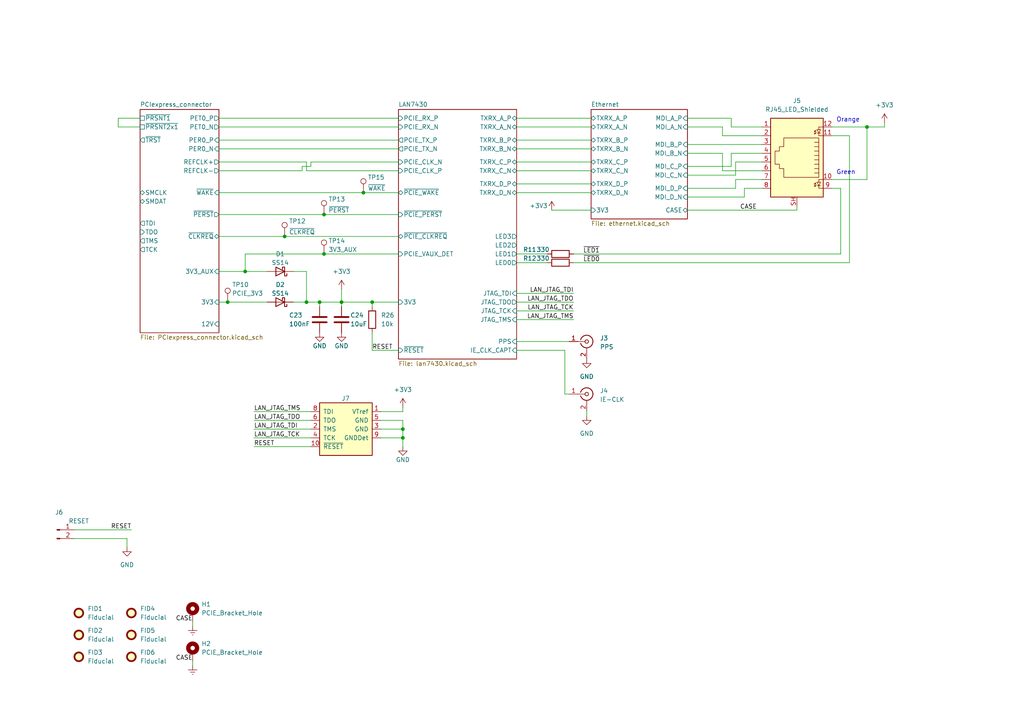
<source format=kicad_sch>
(kicad_sch (version 20211123) (generator eeschema)

  (uuid 6a780180-586a-4241-a52d-dc7a5ffcc966)

  (paper "A4")

  (title_block
    (title "PCIexpress_x1_low")
    (company "Author: Luca Anastasio")
  )

  (lib_symbols
    (symbol "Connector:Conn_01x02_Male" (pin_names (offset 1.016) hide) (in_bom yes) (on_board yes)
      (property "Reference" "J" (id 0) (at 0 2.54 0)
        (effects (font (size 1.27 1.27)))
      )
      (property "Value" "Conn_01x02_Male" (id 1) (at 0 -5.08 0)
        (effects (font (size 1.27 1.27)))
      )
      (property "Footprint" "" (id 2) (at 0 0 0)
        (effects (font (size 1.27 1.27)) hide)
      )
      (property "Datasheet" "~" (id 3) (at 0 0 0)
        (effects (font (size 1.27 1.27)) hide)
      )
      (property "ki_keywords" "connector" (id 4) (at 0 0 0)
        (effects (font (size 1.27 1.27)) hide)
      )
      (property "ki_description" "Generic connector, single row, 01x02, script generated (kicad-library-utils/schlib/autogen/connector/)" (id 5) (at 0 0 0)
        (effects (font (size 1.27 1.27)) hide)
      )
      (property "ki_fp_filters" "Connector*:*_1x??_*" (id 6) (at 0 0 0)
        (effects (font (size 1.27 1.27)) hide)
      )
      (symbol "Conn_01x02_Male_1_1"
        (polyline
          (pts
            (xy 1.27 -2.54)
            (xy 0.8636 -2.54)
          )
          (stroke (width 0.1524) (type default) (color 0 0 0 0))
          (fill (type none))
        )
        (polyline
          (pts
            (xy 1.27 0)
            (xy 0.8636 0)
          )
          (stroke (width 0.1524) (type default) (color 0 0 0 0))
          (fill (type none))
        )
        (rectangle (start 0.8636 -2.413) (end 0 -2.667)
          (stroke (width 0.1524) (type default) (color 0 0 0 0))
          (fill (type outline))
        )
        (rectangle (start 0.8636 0.127) (end 0 -0.127)
          (stroke (width 0.1524) (type default) (color 0 0 0 0))
          (fill (type outline))
        )
        (pin passive line (at 5.08 0 180) (length 3.81)
          (name "Pin_1" (effects (font (size 1.27 1.27))))
          (number "1" (effects (font (size 1.27 1.27))))
        )
        (pin passive line (at 5.08 -2.54 180) (length 3.81)
          (name "Pin_2" (effects (font (size 1.27 1.27))))
          (number "2" (effects (font (size 1.27 1.27))))
        )
      )
    )
    (symbol "Connector:Conn_ARM_JTAG_SWD_10" (pin_names (offset 1.016)) (in_bom yes) (on_board yes)
      (property "Reference" "J?" (id 0) (at 1.27 -13.97 0)
        (effects (font (size 1.27 1.27)) (justify right))
      )
      (property "Value" "Conn_ARM_JTAG_SWD_10" (id 1) (at 10.16 -6.35 0)
        (effects (font (size 1.27 1.27)) (justify right) hide)
      )
      (property "Footprint" "" (id 2) (at 5.08 0 0)
        (effects (font (size 1.27 1.27)) hide)
      )
      (property "Datasheet" "http://infocenter.arm.com/help/topic/com.arm.doc.ddi0314h/DDI0314H_coresight_components_trm.pdf" (id 3) (at -8.89 -31.75 90)
        (effects (font (size 1.27 1.27)) hide)
      )
      (property "ki_keywords" "Cortex Debug Connector ARM SWD JTAG" (id 4) (at 0 0 0)
        (effects (font (size 1.27 1.27)) hide)
      )
      (property "ki_description" "Cortex Debug Connector, standard ARM Cortex-M SWD and JTAG interface" (id 5) (at 0 0 0)
        (effects (font (size 1.27 1.27)) hide)
      )
      (property "ki_fp_filters" "PinHeader?2x05?P1.27mm*" (id 6) (at 0 0 0)
        (effects (font (size 1.27 1.27)) hide)
      )
      (symbol "Conn_ARM_JTAG_SWD_10_0_1"
        (rectangle (start -8.89 12.7) (end 6.35 -2.54)
          (stroke (width 0.254) (type default) (color 0 0 0 0))
          (fill (type background))
        )
      )
      (symbol "Conn_ARM_JTAG_SWD_10_1_1"
        (pin power_in line (at -11.43 0 0) (length 2.54)
          (name "VTref" (effects (font (size 1.27 1.27))))
          (number "1" (effects (font (size 1.27 1.27))))
        )
        (pin open_collector line (at 8.89 10.16 180) (length 2.54)
          (name "~{RESET}" (effects (font (size 1.27 1.27))))
          (number "10" (effects (font (size 1.27 1.27))))
        )
        (pin bidirectional line (at 8.89 5.08 180) (length 2.54)
          (name "TMS" (effects (font (size 1.27 1.27))))
          (number "2" (effects (font (size 1.27 1.27))))
        )
        (pin power_in line (at -11.43 5.08 0) (length 2.54)
          (name "GND" (effects (font (size 1.27 1.27))))
          (number "3" (effects (font (size 1.27 1.27))))
        )
        (pin output line (at 8.89 7.62 180) (length 2.54)
          (name "TCK" (effects (font (size 1.27 1.27))))
          (number "4" (effects (font (size 1.27 1.27))))
        )
        (pin power_in line (at -11.43 2.54 0) (length 2.54)
          (name "GND" (effects (font (size 1.27 1.27))))
          (number "5" (effects (font (size 1.27 1.27))))
        )
        (pin input line (at 8.89 2.54 180) (length 2.54)
          (name "TDO" (effects (font (size 1.27 1.27))))
          (number "6" (effects (font (size 1.27 1.27))))
        )
        (pin no_connect line (at -11.43 0 0) (length 2.54) hide
          (name "KEY" (effects (font (size 1.27 1.27))))
          (number "7" (effects (font (size 1.27 1.27))))
        )
        (pin output line (at 8.89 0 180) (length 2.54)
          (name "TDI" (effects (font (size 1.27 1.27))))
          (number "8" (effects (font (size 1.27 1.27))))
        )
        (pin passive line (at -11.43 7.62 0) (length 2.54)
          (name "GNDDet" (effects (font (size 1.27 1.27))))
          (number "9" (effects (font (size 1.27 1.27))))
        )
      )
    )
    (symbol "Connector:Conn_Coaxial" (pin_names (offset 1.016) hide) (in_bom yes) (on_board yes)
      (property "Reference" "J" (id 0) (at 0.254 3.048 0)
        (effects (font (size 1.27 1.27)))
      )
      (property "Value" "Conn_Coaxial" (id 1) (at 2.921 0 90)
        (effects (font (size 1.27 1.27)))
      )
      (property "Footprint" "" (id 2) (at 0 0 0)
        (effects (font (size 1.27 1.27)) hide)
      )
      (property "Datasheet" " ~" (id 3) (at 0 0 0)
        (effects (font (size 1.27 1.27)) hide)
      )
      (property "ki_keywords" "BNC SMA SMB SMC LEMO coaxial connector CINCH RCA" (id 4) (at 0 0 0)
        (effects (font (size 1.27 1.27)) hide)
      )
      (property "ki_description" "coaxial connector (BNC, SMA, SMB, SMC, Cinch/RCA, LEMO, ...)" (id 5) (at 0 0 0)
        (effects (font (size 1.27 1.27)) hide)
      )
      (property "ki_fp_filters" "*BNC* *SMA* *SMB* *SMC* *Cinch* *LEMO*" (id 6) (at 0 0 0)
        (effects (font (size 1.27 1.27)) hide)
      )
      (symbol "Conn_Coaxial_0_1"
        (arc (start -1.778 -0.508) (mid 0.2311 -1.8066) (end 1.778 0)
          (stroke (width 0.254) (type default) (color 0 0 0 0))
          (fill (type none))
        )
        (polyline
          (pts
            (xy -2.54 0)
            (xy -0.508 0)
          )
          (stroke (width 0) (type default) (color 0 0 0 0))
          (fill (type none))
        )
        (polyline
          (pts
            (xy 0 -2.54)
            (xy 0 -1.778)
          )
          (stroke (width 0) (type default) (color 0 0 0 0))
          (fill (type none))
        )
        (circle (center 0 0) (radius 0.508)
          (stroke (width 0.2032) (type default) (color 0 0 0 0))
          (fill (type none))
        )
        (arc (start 1.778 0) (mid 0.2099 1.8101) (end -1.778 0.508)
          (stroke (width 0.254) (type default) (color 0 0 0 0))
          (fill (type none))
        )
      )
      (symbol "Conn_Coaxial_1_1"
        (pin passive line (at -5.08 0 0) (length 2.54)
          (name "In" (effects (font (size 1.27 1.27))))
          (number "1" (effects (font (size 1.27 1.27))))
        )
        (pin passive line (at 0 -5.08 90) (length 2.54)
          (name "Ext" (effects (font (size 1.27 1.27))))
          (number "2" (effects (font (size 1.27 1.27))))
        )
      )
    )
    (symbol "Connector:RJ45_LED_Shielded" (pin_names (offset 1.016)) (in_bom yes) (on_board yes)
      (property "Reference" "J?" (id 0) (at 0 -15.24 0)
        (effects (font (size 1.27 1.27)))
      )
      (property "Value" "RJ45_LED_Shielded" (id 1) (at 0 -17.78 0)
        (effects (font (size 1.27 1.27)))
      )
      (property "Footprint" "" (id 2) (at 0 -0.635 90)
        (effects (font (size 1.27 1.27)) hide)
      )
      (property "Datasheet" "~" (id 3) (at 0 -0.635 90)
        (effects (font (size 1.27 1.27)) hide)
      )
      (property "ki_keywords" "8P8C RJ female connector led" (id 4) (at 0 0 0)
        (effects (font (size 1.27 1.27)) hide)
      )
      (property "ki_description" "RJ connector, 8P8C (8 positions 8 connected), two LEDs, Shielded" (id 5) (at 0 0 0)
        (effects (font (size 1.27 1.27)) hide)
      )
      (property "ki_fp_filters" "8P8C* RJ45*" (id 6) (at 0 0 0)
        (effects (font (size 1.27 1.27)) hide)
      )
      (symbol "RJ45_LED_Shielded_0_1"
        (polyline
          (pts
            (xy -7.62 -7.62)
            (xy -6.35 -7.62)
          )
          (stroke (width 0) (type default) (color 0 0 0 0))
          (fill (type none))
        )
        (polyline
          (pts
            (xy -7.62 -5.08)
            (xy -6.35 -5.08)
          )
          (stroke (width 0) (type default) (color 0 0 0 0))
          (fill (type none))
        )
        (polyline
          (pts
            (xy -7.62 7.62)
            (xy -6.35 7.62)
          )
          (stroke (width 0) (type default) (color 0 0 0 0))
          (fill (type none))
        )
        (polyline
          (pts
            (xy -7.62 10.16)
            (xy -6.35 10.16)
          )
          (stroke (width 0) (type default) (color 0 0 0 0))
          (fill (type none))
        )
        (polyline
          (pts
            (xy -6.858 -5.842)
            (xy -5.842 -5.842)
          )
          (stroke (width 0) (type default) (color 0 0 0 0))
          (fill (type none))
        )
        (polyline
          (pts
            (xy -6.858 9.398)
            (xy -5.842 9.398)
          )
          (stroke (width 0) (type default) (color 0 0 0 0))
          (fill (type none))
        )
        (polyline
          (pts
            (xy -6.35 -7.62)
            (xy -6.35 -6.858)
          )
          (stroke (width 0) (type default) (color 0 0 0 0))
          (fill (type none))
        )
        (polyline
          (pts
            (xy -6.35 -5.08)
            (xy -6.35 -5.842)
          )
          (stroke (width 0) (type default) (color 0 0 0 0))
          (fill (type none))
        )
        (polyline
          (pts
            (xy -6.35 7.62)
            (xy -6.35 8.382)
          )
          (stroke (width 0) (type default) (color 0 0 0 0))
          (fill (type none))
        )
        (polyline
          (pts
            (xy -6.35 10.16)
            (xy -6.35 9.398)
          )
          (stroke (width 0) (type default) (color 0 0 0 0))
          (fill (type none))
        )
        (polyline
          (pts
            (xy -5.08 -6.223)
            (xy -5.207 -6.604)
          )
          (stroke (width 0) (type default) (color 0 0 0 0))
          (fill (type none))
        )
        (polyline
          (pts
            (xy -5.08 -5.588)
            (xy -5.207 -5.969)
          )
          (stroke (width 0) (type default) (color 0 0 0 0))
          (fill (type none))
        )
        (polyline
          (pts
            (xy -5.08 4.445)
            (xy -6.35 4.445)
          )
          (stroke (width 0) (type default) (color 0 0 0 0))
          (fill (type none))
        )
        (polyline
          (pts
            (xy -5.08 5.715)
            (xy -6.35 5.715)
          )
          (stroke (width 0) (type default) (color 0 0 0 0))
          (fill (type none))
        )
        (polyline
          (pts
            (xy -5.08 9.017)
            (xy -5.207 8.636)
          )
          (stroke (width 0) (type default) (color 0 0 0 0))
          (fill (type none))
        )
        (polyline
          (pts
            (xy -5.08 9.652)
            (xy -5.207 9.271)
          )
          (stroke (width 0) (type default) (color 0 0 0 0))
          (fill (type none))
        )
        (polyline
          (pts
            (xy -6.35 -3.175)
            (xy -5.08 -3.175)
            (xy -5.08 -3.175)
          )
          (stroke (width 0) (type default) (color 0 0 0 0))
          (fill (type none))
        )
        (polyline
          (pts
            (xy -6.35 -1.905)
            (xy -5.08 -1.905)
            (xy -5.08 -1.905)
          )
          (stroke (width 0) (type default) (color 0 0 0 0))
          (fill (type none))
        )
        (polyline
          (pts
            (xy -6.35 -0.635)
            (xy -5.08 -0.635)
            (xy -5.08 -0.635)
          )
          (stroke (width 0) (type default) (color 0 0 0 0))
          (fill (type none))
        )
        (polyline
          (pts
            (xy -6.35 0.635)
            (xy -5.08 0.635)
            (xy -5.08 0.635)
          )
          (stroke (width 0) (type default) (color 0 0 0 0))
          (fill (type none))
        )
        (polyline
          (pts
            (xy -6.35 1.905)
            (xy -5.08 1.905)
            (xy -5.08 1.905)
          )
          (stroke (width 0) (type default) (color 0 0 0 0))
          (fill (type none))
        )
        (polyline
          (pts
            (xy -5.588 -6.731)
            (xy -5.08 -6.223)
            (xy -5.461 -6.35)
          )
          (stroke (width 0) (type default) (color 0 0 0 0))
          (fill (type none))
        )
        (polyline
          (pts
            (xy -5.588 -6.096)
            (xy -5.08 -5.588)
            (xy -5.461 -5.715)
          )
          (stroke (width 0) (type default) (color 0 0 0 0))
          (fill (type none))
        )
        (polyline
          (pts
            (xy -5.588 8.509)
            (xy -5.08 9.017)
            (xy -5.461 8.89)
          )
          (stroke (width 0) (type default) (color 0 0 0 0))
          (fill (type none))
        )
        (polyline
          (pts
            (xy -5.588 9.144)
            (xy -5.08 9.652)
            (xy -5.461 9.525)
          )
          (stroke (width 0) (type default) (color 0 0 0 0))
          (fill (type none))
        )
        (polyline
          (pts
            (xy -5.08 3.175)
            (xy -6.35 3.175)
            (xy -6.35 3.175)
          )
          (stroke (width 0) (type default) (color 0 0 0 0))
          (fill (type none))
        )
        (polyline
          (pts
            (xy -6.35 -5.842)
            (xy -6.858 -6.858)
            (xy -5.842 -6.858)
            (xy -6.35 -5.842)
          )
          (stroke (width 0) (type default) (color 0 0 0 0))
          (fill (type none))
        )
        (polyline
          (pts
            (xy -6.35 9.398)
            (xy -6.858 8.382)
            (xy -5.842 8.382)
            (xy -6.35 9.398)
          )
          (stroke (width 0) (type default) (color 0 0 0 0))
          (fill (type none))
        )
        (polyline
          (pts
            (xy -6.35 -4.445)
            (xy -6.35 6.985)
            (xy 3.81 6.985)
            (xy 3.81 4.445)
            (xy 5.08 4.445)
            (xy 5.08 3.175)
            (xy 6.35 3.175)
            (xy 6.35 -0.635)
            (xy 5.08 -0.635)
            (xy 5.08 -1.905)
            (xy 3.81 -1.905)
            (xy 3.81 -4.445)
            (xy -6.35 -4.445)
            (xy -6.35 -4.445)
          )
          (stroke (width 0) (type default) (color 0 0 0 0))
          (fill (type none))
        )
        (rectangle (start 7.62 12.7) (end -7.62 -10.16)
          (stroke (width 0.254) (type default) (color 0 0 0 0))
          (fill (type background))
        )
      )
      (symbol "RJ45_LED_Shielded_1_1"
        (pin passive line (at 10.16 -7.62 180) (length 2.54)
          (name "~" (effects (font (size 1.27 1.27))))
          (number "1" (effects (font (size 1.27 1.27))))
        )
        (pin passive line (at -10.16 7.62 0) (length 2.54)
          (name "~" (effects (font (size 1.27 1.27))))
          (number "10" (effects (font (size 1.27 1.27))))
        )
        (pin passive line (at -10.16 -5.08 0) (length 2.54)
          (name "~" (effects (font (size 1.27 1.27))))
          (number "11" (effects (font (size 1.27 1.27))))
        )
        (pin passive line (at -10.16 -7.62 0) (length 2.54)
          (name "~" (effects (font (size 1.27 1.27))))
          (number "12" (effects (font (size 1.27 1.27))))
        )
        (pin passive line (at 10.16 -5.08 180) (length 2.54)
          (name "~" (effects (font (size 1.27 1.27))))
          (number "2" (effects (font (size 1.27 1.27))))
        )
        (pin passive line (at 10.16 -2.54 180) (length 2.54)
          (name "~" (effects (font (size 1.27 1.27))))
          (number "3" (effects (font (size 1.27 1.27))))
        )
        (pin passive line (at 10.16 0 180) (length 2.54)
          (name "~" (effects (font (size 1.27 1.27))))
          (number "4" (effects (font (size 1.27 1.27))))
        )
        (pin passive line (at 10.16 2.54 180) (length 2.54)
          (name "~" (effects (font (size 1.27 1.27))))
          (number "5" (effects (font (size 1.27 1.27))))
        )
        (pin passive line (at 10.16 5.08 180) (length 2.54)
          (name "~" (effects (font (size 1.27 1.27))))
          (number "6" (effects (font (size 1.27 1.27))))
        )
        (pin passive line (at 10.16 7.62 180) (length 2.54)
          (name "~" (effects (font (size 1.27 1.27))))
          (number "7" (effects (font (size 1.27 1.27))))
        )
        (pin passive line (at 10.16 10.16 180) (length 2.54)
          (name "~" (effects (font (size 1.27 1.27))))
          (number "8" (effects (font (size 1.27 1.27))))
        )
        (pin passive line (at -10.16 10.16 0) (length 2.54)
          (name "~" (effects (font (size 1.27 1.27))))
          (number "9" (effects (font (size 1.27 1.27))))
        )
        (pin passive line (at 0 15.24 270) (length 2.54)
          (name "~" (effects (font (size 1.27 1.27))))
          (number "SH" (effects (font (size 1.27 1.27))))
        )
      )
    )
    (symbol "Connector:TestPoint" (pin_numbers hide) (pin_names (offset 0.762) hide) (in_bom yes) (on_board yes)
      (property "Reference" "TP" (id 0) (at 0 6.858 0)
        (effects (font (size 1.27 1.27)))
      )
      (property "Value" "TestPoint" (id 1) (at 0 5.08 0)
        (effects (font (size 1.27 1.27)))
      )
      (property "Footprint" "" (id 2) (at 5.08 0 0)
        (effects (font (size 1.27 1.27)) hide)
      )
      (property "Datasheet" "~" (id 3) (at 5.08 0 0)
        (effects (font (size 1.27 1.27)) hide)
      )
      (property "ki_keywords" "test point tp" (id 4) (at 0 0 0)
        (effects (font (size 1.27 1.27)) hide)
      )
      (property "ki_description" "test point" (id 5) (at 0 0 0)
        (effects (font (size 1.27 1.27)) hide)
      )
      (property "ki_fp_filters" "Pin* Test*" (id 6) (at 0 0 0)
        (effects (font (size 1.27 1.27)) hide)
      )
      (symbol "TestPoint_0_1"
        (circle (center 0 3.302) (radius 0.762)
          (stroke (width 0) (type default) (color 0 0 0 0))
          (fill (type none))
        )
      )
      (symbol "TestPoint_1_1"
        (pin passive line (at 0 0 90) (length 2.54)
          (name "1" (effects (font (size 1.27 1.27))))
          (number "1" (effects (font (size 1.27 1.27))))
        )
      )
    )
    (symbol "Device:C" (pin_numbers hide) (pin_names (offset 0.254)) (in_bom yes) (on_board yes)
      (property "Reference" "C" (id 0) (at 0.635 2.54 0)
        (effects (font (size 1.27 1.27)) (justify left))
      )
      (property "Value" "C" (id 1) (at 0.635 -2.54 0)
        (effects (font (size 1.27 1.27)) (justify left))
      )
      (property "Footprint" "" (id 2) (at 0.9652 -3.81 0)
        (effects (font (size 1.27 1.27)) hide)
      )
      (property "Datasheet" "~" (id 3) (at 0 0 0)
        (effects (font (size 1.27 1.27)) hide)
      )
      (property "ki_keywords" "cap capacitor" (id 4) (at 0 0 0)
        (effects (font (size 1.27 1.27)) hide)
      )
      (property "ki_description" "Unpolarized capacitor" (id 5) (at 0 0 0)
        (effects (font (size 1.27 1.27)) hide)
      )
      (property "ki_fp_filters" "C_*" (id 6) (at 0 0 0)
        (effects (font (size 1.27 1.27)) hide)
      )
      (symbol "C_0_1"
        (polyline
          (pts
            (xy -2.032 -0.762)
            (xy 2.032 -0.762)
          )
          (stroke (width 0.508) (type default) (color 0 0 0 0))
          (fill (type none))
        )
        (polyline
          (pts
            (xy -2.032 0.762)
            (xy 2.032 0.762)
          )
          (stroke (width 0.508) (type default) (color 0 0 0 0))
          (fill (type none))
        )
      )
      (symbol "C_1_1"
        (pin passive line (at 0 3.81 270) (length 2.794)
          (name "~" (effects (font (size 1.27 1.27))))
          (number "1" (effects (font (size 1.27 1.27))))
        )
        (pin passive line (at 0 -3.81 90) (length 2.794)
          (name "~" (effects (font (size 1.27 1.27))))
          (number "2" (effects (font (size 1.27 1.27))))
        )
      )
    )
    (symbol "Device:D_Schottky" (pin_numbers hide) (pin_names (offset 1.016) hide) (in_bom yes) (on_board yes)
      (property "Reference" "D" (id 0) (at 0 2.54 0)
        (effects (font (size 1.27 1.27)))
      )
      (property "Value" "D_Schottky" (id 1) (at 0 -2.54 0)
        (effects (font (size 1.27 1.27)))
      )
      (property "Footprint" "" (id 2) (at 0 0 0)
        (effects (font (size 1.27 1.27)) hide)
      )
      (property "Datasheet" "~" (id 3) (at 0 0 0)
        (effects (font (size 1.27 1.27)) hide)
      )
      (property "ki_keywords" "diode Schottky" (id 4) (at 0 0 0)
        (effects (font (size 1.27 1.27)) hide)
      )
      (property "ki_description" "Schottky diode" (id 5) (at 0 0 0)
        (effects (font (size 1.27 1.27)) hide)
      )
      (property "ki_fp_filters" "TO-???* *_Diode_* *SingleDiode* D_*" (id 6) (at 0 0 0)
        (effects (font (size 1.27 1.27)) hide)
      )
      (symbol "D_Schottky_0_1"
        (polyline
          (pts
            (xy 1.27 0)
            (xy -1.27 0)
          )
          (stroke (width 0) (type default) (color 0 0 0 0))
          (fill (type none))
        )
        (polyline
          (pts
            (xy 1.27 1.27)
            (xy 1.27 -1.27)
            (xy -1.27 0)
            (xy 1.27 1.27)
          )
          (stroke (width 0.254) (type default) (color 0 0 0 0))
          (fill (type none))
        )
        (polyline
          (pts
            (xy -1.905 0.635)
            (xy -1.905 1.27)
            (xy -1.27 1.27)
            (xy -1.27 -1.27)
            (xy -0.635 -1.27)
            (xy -0.635 -0.635)
          )
          (stroke (width 0.254) (type default) (color 0 0 0 0))
          (fill (type none))
        )
      )
      (symbol "D_Schottky_1_1"
        (pin passive line (at -3.81 0 0) (length 2.54)
          (name "K" (effects (font (size 1.27 1.27))))
          (number "1" (effects (font (size 1.27 1.27))))
        )
        (pin passive line (at 3.81 0 180) (length 2.54)
          (name "A" (effects (font (size 1.27 1.27))))
          (number "2" (effects (font (size 1.27 1.27))))
        )
      )
    )
    (symbol "Device:R" (pin_numbers hide) (pin_names (offset 0)) (in_bom yes) (on_board yes)
      (property "Reference" "R" (id 0) (at 2.032 0 90)
        (effects (font (size 1.27 1.27)))
      )
      (property "Value" "R" (id 1) (at 0 0 90)
        (effects (font (size 1.27 1.27)))
      )
      (property "Footprint" "" (id 2) (at -1.778 0 90)
        (effects (font (size 1.27 1.27)) hide)
      )
      (property "Datasheet" "~" (id 3) (at 0 0 0)
        (effects (font (size 1.27 1.27)) hide)
      )
      (property "ki_keywords" "R res resistor" (id 4) (at 0 0 0)
        (effects (font (size 1.27 1.27)) hide)
      )
      (property "ki_description" "Resistor" (id 5) (at 0 0 0)
        (effects (font (size 1.27 1.27)) hide)
      )
      (property "ki_fp_filters" "R_*" (id 6) (at 0 0 0)
        (effects (font (size 1.27 1.27)) hide)
      )
      (symbol "R_0_1"
        (rectangle (start -1.016 -2.54) (end 1.016 2.54)
          (stroke (width 0.254) (type default) (color 0 0 0 0))
          (fill (type none))
        )
      )
      (symbol "R_1_1"
        (pin passive line (at 0 3.81 270) (length 1.27)
          (name "~" (effects (font (size 1.27 1.27))))
          (number "1" (effects (font (size 1.27 1.27))))
        )
        (pin passive line (at 0 -3.81 90) (length 1.27)
          (name "~" (effects (font (size 1.27 1.27))))
          (number "2" (effects (font (size 1.27 1.27))))
        )
      )
    )
    (symbol "Mechanical:Fiducial" (in_bom yes) (on_board yes)
      (property "Reference" "FID" (id 0) (at 0 5.08 0)
        (effects (font (size 1.27 1.27)))
      )
      (property "Value" "Fiducial" (id 1) (at 0 3.175 0)
        (effects (font (size 1.27 1.27)))
      )
      (property "Footprint" "" (id 2) (at 0 0 0)
        (effects (font (size 1.27 1.27)) hide)
      )
      (property "Datasheet" "~" (id 3) (at 0 0 0)
        (effects (font (size 1.27 1.27)) hide)
      )
      (property "ki_keywords" "fiducial marker" (id 4) (at 0 0 0)
        (effects (font (size 1.27 1.27)) hide)
      )
      (property "ki_description" "Fiducial Marker" (id 5) (at 0 0 0)
        (effects (font (size 1.27 1.27)) hide)
      )
      (property "ki_fp_filters" "Fiducial*" (id 6) (at 0 0 0)
        (effects (font (size 1.27 1.27)) hide)
      )
      (symbol "Fiducial_0_1"
        (circle (center 0 0) (radius 1.27)
          (stroke (width 0.508) (type default) (color 0 0 0 0))
          (fill (type background))
        )
      )
    )
    (symbol "Mechanical:MountingHole_Pad" (pin_numbers hide) (pin_names (offset 1.016) hide) (in_bom yes) (on_board yes)
      (property "Reference" "H" (id 0) (at 0 6.35 0)
        (effects (font (size 1.27 1.27)))
      )
      (property "Value" "MountingHole_Pad" (id 1) (at 0 4.445 0)
        (effects (font (size 1.27 1.27)))
      )
      (property "Footprint" "" (id 2) (at 0 0 0)
        (effects (font (size 1.27 1.27)) hide)
      )
      (property "Datasheet" "~" (id 3) (at 0 0 0)
        (effects (font (size 1.27 1.27)) hide)
      )
      (property "ki_keywords" "mounting hole" (id 4) (at 0 0 0)
        (effects (font (size 1.27 1.27)) hide)
      )
      (property "ki_description" "Mounting Hole with connection" (id 5) (at 0 0 0)
        (effects (font (size 1.27 1.27)) hide)
      )
      (property "ki_fp_filters" "MountingHole*Pad*" (id 6) (at 0 0 0)
        (effects (font (size 1.27 1.27)) hide)
      )
      (symbol "MountingHole_Pad_0_1"
        (circle (center 0 1.27) (radius 1.27)
          (stroke (width 1.27) (type default) (color 0 0 0 0))
          (fill (type none))
        )
      )
      (symbol "MountingHole_Pad_1_1"
        (pin input line (at 0 -2.54 90) (length 2.54)
          (name "1" (effects (font (size 1.27 1.27))))
          (number "1" (effects (font (size 1.27 1.27))))
        )
      )
    )
    (symbol "power:+3V3" (power) (pin_names (offset 0)) (in_bom yes) (on_board yes)
      (property "Reference" "#PWR" (id 0) (at 0 -3.81 0)
        (effects (font (size 1.27 1.27)) hide)
      )
      (property "Value" "+3V3" (id 1) (at 0 3.556 0)
        (effects (font (size 1.27 1.27)))
      )
      (property "Footprint" "" (id 2) (at 0 0 0)
        (effects (font (size 1.27 1.27)) hide)
      )
      (property "Datasheet" "" (id 3) (at 0 0 0)
        (effects (font (size 1.27 1.27)) hide)
      )
      (property "ki_keywords" "power-flag" (id 4) (at 0 0 0)
        (effects (font (size 1.27 1.27)) hide)
      )
      (property "ki_description" "Power symbol creates a global label with name \"+3V3\"" (id 5) (at 0 0 0)
        (effects (font (size 1.27 1.27)) hide)
      )
      (symbol "+3V3_0_1"
        (polyline
          (pts
            (xy -0.762 1.27)
            (xy 0 2.54)
          )
          (stroke (width 0) (type default) (color 0 0 0 0))
          (fill (type none))
        )
        (polyline
          (pts
            (xy 0 0)
            (xy 0 2.54)
          )
          (stroke (width 0) (type default) (color 0 0 0 0))
          (fill (type none))
        )
        (polyline
          (pts
            (xy 0 2.54)
            (xy 0.762 1.27)
          )
          (stroke (width 0) (type default) (color 0 0 0 0))
          (fill (type none))
        )
      )
      (symbol "+3V3_1_1"
        (pin power_in line (at 0 0 90) (length 0) hide
          (name "+3V3" (effects (font (size 1.27 1.27))))
          (number "1" (effects (font (size 1.27 1.27))))
        )
      )
    )
    (symbol "power:Earth" (power) (pin_names (offset 0)) (in_bom yes) (on_board yes)
      (property "Reference" "#PWR0109" (id 0) (at 0 -6.35 0)
        (effects (font (size 1.27 1.27)) hide)
      )
      (property "Value" "Earth" (id 1) (at 0 -3.81 0)
        (effects (font (size 1.27 1.27)) hide)
      )
      (property "Footprint" "" (id 2) (at 0 0 0)
        (effects (font (size 1.27 1.27)) hide)
      )
      (property "Datasheet" "~" (id 3) (at 0 0 0)
        (effects (font (size 1.27 1.27)) hide)
      )
      (property "ki_keywords" "power-flag ground gnd" (id 4) (at 0 0 0)
        (effects (font (size 1.27 1.27)) hide)
      )
      (property "ki_description" "Power symbol creates a global label with name \"Earth\"" (id 5) (at 0 0 0)
        (effects (font (size 1.27 1.27)) hide)
      )
      (symbol "Earth_0_1"
        (polyline
          (pts
            (xy -0.635 -1.905)
            (xy 0.635 -1.905)
          )
          (stroke (width 0) (type default) (color 0 0 0 0))
          (fill (type none))
        )
        (polyline
          (pts
            (xy -0.127 -2.54)
            (xy 0.127 -2.54)
          )
          (stroke (width 0) (type default) (color 0 0 0 0))
          (fill (type none))
        )
        (polyline
          (pts
            (xy 0 -1.27)
            (xy 0 0)
          )
          (stroke (width 0) (type default) (color 0 0 0 0))
          (fill (type none))
        )
        (polyline
          (pts
            (xy 1.27 -1.27)
            (xy -1.27 -1.27)
          )
          (stroke (width 0) (type default) (color 0 0 0 0))
          (fill (type none))
        )
      )
      (symbol "Earth_1_1"
        (pin passive line (at 0 0 270) (length 0) hide
          (name "Earth" (effects (font (size 1.27 1.27))))
          (number "1" (effects (font (size 1.27 1.27))))
        )
      )
    )
    (symbol "power:GND" (power) (pin_names (offset 0)) (in_bom yes) (on_board yes)
      (property "Reference" "#PWR" (id 0) (at 0 -6.35 0)
        (effects (font (size 1.27 1.27)) hide)
      )
      (property "Value" "GND" (id 1) (at 0 -3.81 0)
        (effects (font (size 1.27 1.27)))
      )
      (property "Footprint" "" (id 2) (at 0 0 0)
        (effects (font (size 1.27 1.27)) hide)
      )
      (property "Datasheet" "" (id 3) (at 0 0 0)
        (effects (font (size 1.27 1.27)) hide)
      )
      (property "ki_keywords" "power-flag" (id 4) (at 0 0 0)
        (effects (font (size 1.27 1.27)) hide)
      )
      (property "ki_description" "Power symbol creates a global label with name \"GND\" , ground" (id 5) (at 0 0 0)
        (effects (font (size 1.27 1.27)) hide)
      )
      (symbol "GND_0_1"
        (polyline
          (pts
            (xy 0 0)
            (xy 0 -1.27)
            (xy 1.27 -1.27)
            (xy 0 -2.54)
            (xy -1.27 -1.27)
            (xy 0 -1.27)
          )
          (stroke (width 0) (type default) (color 0 0 0 0))
          (fill (type none))
        )
      )
      (symbol "GND_1_1"
        (pin power_in line (at 0 0 270) (length 0) hide
          (name "GND" (effects (font (size 1.27 1.27))))
          (number "1" (effects (font (size 1.27 1.27))))
        )
      )
    )
  )

  (junction (at 116.84 124.46) (diameter 0) (color 0 0 0 0)
    (uuid 3f7678a0-f0ec-4d2c-a574-9bd20811745c)
  )
  (junction (at 82.55 68.58) (diameter 0) (color 0 0 0 0)
    (uuid 43ecb163-a3a1-4a05-b781-fd1b7fccf7f2)
  )
  (junction (at 107.95 87.63) (diameter 0) (color 0 0 0 0)
    (uuid 4bf2a787-dff2-49c6-be5a-26989b05129a)
  )
  (junction (at 105.41 55.88) (diameter 0) (color 0 0 0 0)
    (uuid 5ded72b3-241c-418c-9ed3-14ed2bcfe728)
  )
  (junction (at 93.98 62.23) (diameter 0) (color 0 0 0 0)
    (uuid 9e20c3a8-973a-4840-8b36-db5395210956)
  )
  (junction (at 93.98 73.66) (diameter 0) (color 0 0 0 0)
    (uuid 9f957f70-a3fe-41c9-bdda-51063bb91f8a)
  )
  (junction (at 251.46 36.83) (diameter 0) (color 0 0 0 0)
    (uuid a2a8d7da-5751-43e3-b45f-c99ee20740cd)
  )
  (junction (at 71.12 78.74) (diameter 0) (color 0 0 0 0)
    (uuid b9538459-fb29-4115-b8da-176eae35e76e)
  )
  (junction (at 116.84 127) (diameter 0) (color 0 0 0 0)
    (uuid bee207b9-84bf-45a7-b108-30b5417fe33d)
  )
  (junction (at 92.71 87.63) (diameter 0) (color 0 0 0 0)
    (uuid d1d5a269-d552-4c9c-bc81-cbca80b4863b)
  )
  (junction (at 88.9 87.63) (diameter 0) (color 0 0 0 0)
    (uuid e5f42de8-dab9-4062-9347-a9551bfafc8b)
  )
  (junction (at 99.06 87.63) (diameter 0) (color 0 0 0 0)
    (uuid f075c870-a2a9-4e3c-967f-dd71fef2038c)
  )
  (junction (at 66.04 87.63) (diameter 0) (color 0 0 0 0)
    (uuid f09e2e58-2ba0-4d18-aeff-eeb49feb2f72)
  )

  (wire (pts (xy 241.3 52.07) (xy 251.46 52.07))
    (stroke (width 0) (type default) (color 0 0 0 0))
    (uuid 01afbced-88e3-4f47-81a4-2a1452c39408)
  )
  (wire (pts (xy 66.04 87.63) (xy 77.47 87.63))
    (stroke (width 0) (type default) (color 0 0 0 0))
    (uuid 042a46f5-85dd-45d5-917c-24acd560975e)
  )
  (wire (pts (xy 209.55 39.37) (xy 220.98 39.37))
    (stroke (width 0) (type default) (color 0 0 0 0))
    (uuid 0635a2e9-540d-45a2-a544-4c9b2f436e87)
  )
  (wire (pts (xy 256.54 35.56) (xy 256.54 36.83))
    (stroke (width 0) (type default) (color 0 0 0 0))
    (uuid 0670fd04-ff22-4761-8c14-a40f88cf0b49)
  )
  (wire (pts (xy 63.5 62.23) (xy 93.98 62.23))
    (stroke (width 0) (type default) (color 0 0 0 0))
    (uuid 071ad613-2f2e-47fd-a9bd-010fbd42a02e)
  )
  (wire (pts (xy 107.95 96.52) (xy 107.95 101.6))
    (stroke (width 0) (type default) (color 0 0 0 0))
    (uuid 0a672d9c-7da4-4f54-8792-f552245d701d)
  )
  (wire (pts (xy 149.86 85.09) (xy 166.37 85.09))
    (stroke (width 0) (type default) (color 0 0 0 0))
    (uuid 0cfb04ce-df55-42ea-89f7-9ae0d4ca5376)
  )
  (wire (pts (xy 199.39 57.15) (xy 215.9 57.15))
    (stroke (width 0) (type default) (color 0 0 0 0))
    (uuid 0ecc74db-2a81-41da-9f9d-91c701b7d1db)
  )
  (wire (pts (xy 209.55 36.83) (xy 209.55 39.37))
    (stroke (width 0) (type default) (color 0 0 0 0))
    (uuid 1307d6d5-7ed4-4ec1-b994-684b6eb82475)
  )
  (wire (pts (xy 163.83 114.3) (xy 165.1 114.3))
    (stroke (width 0) (type default) (color 0 0 0 0))
    (uuid 1685ea01-0df1-469a-b018-e996bb709696)
  )
  (wire (pts (xy 92.71 87.63) (xy 99.06 87.63))
    (stroke (width 0) (type default) (color 0 0 0 0))
    (uuid 1adc1544-22ce-452e-ae59-a4750a379b46)
  )
  (wire (pts (xy 149.86 73.66) (xy 158.75 73.66))
    (stroke (width 0) (type default) (color 0 0 0 0))
    (uuid 1f51d885-bb67-48ba-be0b-84704eb699e9)
  )
  (wire (pts (xy 63.5 68.58) (xy 82.55 68.58))
    (stroke (width 0) (type default) (color 0 0 0 0))
    (uuid 20bf8000-523f-4b07-b080-010b95db4e36)
  )
  (wire (pts (xy 34.29 36.83) (xy 40.64 36.83))
    (stroke (width 0) (type default) (color 0 0 0 0))
    (uuid 2137cc18-4871-4c5c-aa9c-a7df34c9dfc1)
  )
  (wire (pts (xy 110.49 124.46) (xy 116.84 124.46))
    (stroke (width 0) (type default) (color 0 0 0 0))
    (uuid 2a346d07-67b5-4937-8db5-4ba785f50e53)
  )
  (wire (pts (xy 92.71 88.9) (xy 92.71 87.63))
    (stroke (width 0) (type default) (color 0 0 0 0))
    (uuid 2db7393b-fe99-4302-a092-5949b8724b16)
  )
  (wire (pts (xy 170.18 119.38) (xy 170.18 120.65))
    (stroke (width 0) (type default) (color 0 0 0 0))
    (uuid 2e788727-9a22-45ef-907f-9d30230a5c4b)
  )
  (wire (pts (xy 87.63 49.53) (xy 63.5 49.53))
    (stroke (width 0) (type default) (color 0 0 0 0))
    (uuid 317868b5-499b-428c-8b1e-1ca49f07c1d4)
  )
  (wire (pts (xy 199.39 44.45) (xy 209.55 44.45))
    (stroke (width 0) (type default) (color 0 0 0 0))
    (uuid 32241449-c011-411d-851a-54b4562e336b)
  )
  (wire (pts (xy 73.66 119.38) (xy 90.17 119.38))
    (stroke (width 0) (type default) (color 0 0 0 0))
    (uuid 32672288-e162-4ba8-840b-d6638e7a8c99)
  )
  (wire (pts (xy 88.9 78.74) (xy 88.9 87.63))
    (stroke (width 0) (type default) (color 0 0 0 0))
    (uuid 394127b1-5645-4a02-831e-381d6ae17ac0)
  )
  (wire (pts (xy 90.17 48.26) (xy 87.63 48.26))
    (stroke (width 0) (type default) (color 0 0 0 0))
    (uuid 3b338b08-d079-48d8-a7c8-977acba74ab9)
  )
  (wire (pts (xy 213.36 52.07) (xy 220.98 52.07))
    (stroke (width 0) (type default) (color 0 0 0 0))
    (uuid 3d163136-bd99-47be-8ecf-e4ed7b9c60f4)
  )
  (wire (pts (xy 63.5 46.99) (xy 88.9 46.99))
    (stroke (width 0) (type default) (color 0 0 0 0))
    (uuid 4256852a-fac5-42a3-ba12-483ec9ca8e63)
  )
  (wire (pts (xy 199.39 50.8) (xy 213.36 50.8))
    (stroke (width 0) (type default) (color 0 0 0 0))
    (uuid 456bfaea-627b-4850-986b-e509375d27c4)
  )
  (wire (pts (xy 99.06 83.82) (xy 99.06 87.63))
    (stroke (width 0) (type default) (color 0 0 0 0))
    (uuid 46f0bf52-74ba-4b31-82fa-28a9e698d1f1)
  )
  (wire (pts (xy 246.38 39.37) (xy 246.38 76.2))
    (stroke (width 0) (type default) (color 0 0 0 0))
    (uuid 48534717-259a-4c4e-8ab5-0f2f7aba4529)
  )
  (wire (pts (xy 199.39 48.26) (xy 212.09 48.26))
    (stroke (width 0) (type default) (color 0 0 0 0))
    (uuid 48bfd9eb-e7ee-491c-9f6c-42508ee74860)
  )
  (wire (pts (xy 36.83 156.21) (xy 36.83 158.75))
    (stroke (width 0) (type default) (color 0 0 0 0))
    (uuid 48c999ad-42cc-41db-8717-bc77e67fc80d)
  )
  (wire (pts (xy 149.86 92.71) (xy 166.37 92.71))
    (stroke (width 0) (type default) (color 0 0 0 0))
    (uuid 4dc2defe-b670-4799-a014-1dc65ecf8aa3)
  )
  (wire (pts (xy 166.37 76.2) (xy 246.38 76.2))
    (stroke (width 0) (type default) (color 0 0 0 0))
    (uuid 51bc54f5-b1e3-4f72-a641-03ae7c5fa2f5)
  )
  (wire (pts (xy 209.55 49.53) (xy 220.98 49.53))
    (stroke (width 0) (type default) (color 0 0 0 0))
    (uuid 52064152-4b25-4796-8ab1-2e49f3df562c)
  )
  (wire (pts (xy 73.66 121.92) (xy 90.17 121.92))
    (stroke (width 0) (type default) (color 0 0 0 0))
    (uuid 52335e30-eddb-40fa-bc24-61a3d60a4381)
  )
  (wire (pts (xy 212.09 34.29) (xy 212.09 36.83))
    (stroke (width 0) (type default) (color 0 0 0 0))
    (uuid 540f78d0-e8b9-460c-9142-467f76fb56b5)
  )
  (wire (pts (xy 199.39 60.96) (xy 231.14 60.96))
    (stroke (width 0) (type default) (color 0 0 0 0))
    (uuid 54dba444-cd3a-4c22-b1a2-a0e6627813f4)
  )
  (wire (pts (xy 215.9 57.15) (xy 215.9 54.61))
    (stroke (width 0) (type default) (color 0 0 0 0))
    (uuid 59c52358-ca32-4566-95e9-b007b00b87d8)
  )
  (wire (pts (xy 110.49 121.92) (xy 116.84 121.92))
    (stroke (width 0) (type default) (color 0 0 0 0))
    (uuid 5bbe3191-9041-4772-a442-613310859691)
  )
  (wire (pts (xy 71.12 73.66) (xy 71.12 78.74))
    (stroke (width 0) (type default) (color 0 0 0 0))
    (uuid 5cb80110-8ddc-46a0-bab7-4b1ab5202f53)
  )
  (wire (pts (xy 215.9 54.61) (xy 220.98 54.61))
    (stroke (width 0) (type default) (color 0 0 0 0))
    (uuid 5d45009b-bd19-4cd9-a954-a7a1651d5a62)
  )
  (wire (pts (xy 149.86 43.18) (xy 171.45 43.18))
    (stroke (width 0) (type default) (color 0 0 0 0))
    (uuid 5f42207c-8466-4e61-aaf1-f93d51a9865d)
  )
  (wire (pts (xy 163.83 101.6) (xy 163.83 114.3))
    (stroke (width 0) (type default) (color 0 0 0 0))
    (uuid 60455e33-0f1e-403f-9489-77cc8bfeb4ec)
  )
  (wire (pts (xy 160.02 60.96) (xy 171.45 60.96))
    (stroke (width 0) (type default) (color 0 0 0 0))
    (uuid 60d6edce-8d05-4c87-86b8-809e7bb177bd)
  )
  (wire (pts (xy 85.09 78.74) (xy 88.9 78.74))
    (stroke (width 0) (type default) (color 0 0 0 0))
    (uuid 63fc601e-3484-439f-979b-d79f19810ad0)
  )
  (wire (pts (xy 199.39 54.61) (xy 213.36 54.61))
    (stroke (width 0) (type default) (color 0 0 0 0))
    (uuid 6a6aefbe-ef73-451a-a639-10aa65ce9996)
  )
  (wire (pts (xy 99.06 88.9) (xy 99.06 87.63))
    (stroke (width 0) (type default) (color 0 0 0 0))
    (uuid 6b106236-8635-4dc8-8653-d3d1da6926e0)
  )
  (wire (pts (xy 212.09 44.45) (xy 220.98 44.45))
    (stroke (width 0) (type default) (color 0 0 0 0))
    (uuid 6c66dd93-3ecb-4762-8a03-d007e605007e)
  )
  (wire (pts (xy 149.86 55.88) (xy 171.45 55.88))
    (stroke (width 0) (type default) (color 0 0 0 0))
    (uuid 6eabd961-8851-42f0-ac7b-3e8d26fede8c)
  )
  (wire (pts (xy 107.95 87.63) (xy 107.95 88.9))
    (stroke (width 0) (type default) (color 0 0 0 0))
    (uuid 70fd29f8-8836-496d-a021-e3ef7b5eb39e)
  )
  (wire (pts (xy 105.41 55.88) (xy 115.57 55.88))
    (stroke (width 0) (type default) (color 0 0 0 0))
    (uuid 7162c78a-4fdf-40e5-9cd1-8443f613e445)
  )
  (wire (pts (xy 149.86 101.6) (xy 163.83 101.6))
    (stroke (width 0) (type default) (color 0 0 0 0))
    (uuid 738c4091-a045-4a2b-a401-035443d1d4d3)
  )
  (wire (pts (xy 116.84 129.54) (xy 116.84 127))
    (stroke (width 0) (type default) (color 0 0 0 0))
    (uuid 769b7ce6-5a24-420b-82b6-e42c07f63176)
  )
  (wire (pts (xy 149.86 40.64) (xy 171.45 40.64))
    (stroke (width 0) (type default) (color 0 0 0 0))
    (uuid 7755e31f-8a17-4230-9f77-bb003db1bbd5)
  )
  (wire (pts (xy 199.39 34.29) (xy 212.09 34.29))
    (stroke (width 0) (type default) (color 0 0 0 0))
    (uuid 78111d72-c00e-4afe-82c8-d2e093258dae)
  )
  (wire (pts (xy 63.5 40.64) (xy 115.57 40.64))
    (stroke (width 0) (type default) (color 0 0 0 0))
    (uuid 782857d8-1bab-4cdb-8fe6-fad3f056720e)
  )
  (wire (pts (xy 241.3 36.83) (xy 251.46 36.83))
    (stroke (width 0) (type default) (color 0 0 0 0))
    (uuid 79f51fb7-724b-4088-b413-f6173fca473c)
  )
  (wire (pts (xy 212.09 36.83) (xy 220.98 36.83))
    (stroke (width 0) (type default) (color 0 0 0 0))
    (uuid 7a78aae9-59d5-44fd-a5a4-d12a5851aac3)
  )
  (wire (pts (xy 107.95 87.63) (xy 115.57 87.63))
    (stroke (width 0) (type default) (color 0 0 0 0))
    (uuid 7f7c4012-b732-4b7e-bb2c-55388dcb9ed7)
  )
  (wire (pts (xy 63.5 34.29) (xy 115.57 34.29))
    (stroke (width 0) (type default) (color 0 0 0 0))
    (uuid 805a10bb-9370-4a94-b746-e196528aed08)
  )
  (wire (pts (xy 149.86 99.06) (xy 165.1 99.06))
    (stroke (width 0) (type default) (color 0 0 0 0))
    (uuid 81872c83-013b-4f62-9ae5-cc46cdcf731e)
  )
  (wire (pts (xy 149.86 76.2) (xy 158.75 76.2))
    (stroke (width 0) (type default) (color 0 0 0 0))
    (uuid 81d0e960-4ec8-4af7-91ce-5c2aed60ff4a)
  )
  (wire (pts (xy 251.46 52.07) (xy 251.46 36.83))
    (stroke (width 0) (type default) (color 0 0 0 0))
    (uuid 81de5664-c264-4e59-b637-f6a8c62cca49)
  )
  (wire (pts (xy 88.9 49.53) (xy 115.57 49.53))
    (stroke (width 0) (type default) (color 0 0 0 0))
    (uuid 85e13da5-8209-4227-b24f-f42557745f04)
  )
  (wire (pts (xy 116.84 127) (xy 110.49 127))
    (stroke (width 0) (type default) (color 0 0 0 0))
    (uuid 86e7d67d-278d-4dd3-83a3-dd220c68492a)
  )
  (wire (pts (xy 73.66 124.46) (xy 90.17 124.46))
    (stroke (width 0) (type default) (color 0 0 0 0))
    (uuid 8718fc79-3d23-4171-805a-8459700f9d1a)
  )
  (wire (pts (xy 149.86 34.29) (xy 171.45 34.29))
    (stroke (width 0) (type default) (color 0 0 0 0))
    (uuid 89b37791-a7b3-4d1a-81e5-feac35e176b1)
  )
  (wire (pts (xy 116.84 124.46) (xy 116.84 127))
    (stroke (width 0) (type default) (color 0 0 0 0))
    (uuid 8b38381a-09f1-4fe8-8f58-451e8315bc04)
  )
  (wire (pts (xy 63.5 36.83) (xy 115.57 36.83))
    (stroke (width 0) (type default) (color 0 0 0 0))
    (uuid 8b51bdee-c68b-4cd3-b2f5-c856d10881f4)
  )
  (wire (pts (xy 241.3 39.37) (xy 246.38 39.37))
    (stroke (width 0) (type default) (color 0 0 0 0))
    (uuid 8caf9c50-4e4a-412e-ba17-29dcdfe75173)
  )
  (wire (pts (xy 73.66 127) (xy 90.17 127))
    (stroke (width 0) (type default) (color 0 0 0 0))
    (uuid 8f090b5b-78e7-4f8e-a8c4-f4a350b63b44)
  )
  (wire (pts (xy 93.98 73.66) (xy 115.57 73.66))
    (stroke (width 0) (type default) (color 0 0 0 0))
    (uuid 942ec05e-d71d-44bf-9898-c7b8d80c6f58)
  )
  (wire (pts (xy 115.57 46.99) (xy 90.17 46.99))
    (stroke (width 0) (type default) (color 0 0 0 0))
    (uuid 95cf59a3-c7e2-49be-9821-cd918fdf36a5)
  )
  (wire (pts (xy 209.55 44.45) (xy 209.55 49.53))
    (stroke (width 0) (type default) (color 0 0 0 0))
    (uuid 96335520-6254-4aab-8493-cd22c48d4e7f)
  )
  (wire (pts (xy 149.86 87.63) (xy 166.37 87.63))
    (stroke (width 0) (type default) (color 0 0 0 0))
    (uuid 987a1bf5-8197-4937-ae3a-122398312ca5)
  )
  (wire (pts (xy 149.86 90.17) (xy 166.37 90.17))
    (stroke (width 0) (type default) (color 0 0 0 0))
    (uuid 9ee5a623-2153-4f9b-83ad-f9410745c309)
  )
  (wire (pts (xy 149.86 49.53) (xy 171.45 49.53))
    (stroke (width 0) (type default) (color 0 0 0 0))
    (uuid a05e5fce-09e0-4f52-97e5-b0246a4a6160)
  )
  (wire (pts (xy 88.9 87.63) (xy 92.71 87.63))
    (stroke (width 0) (type default) (color 0 0 0 0))
    (uuid a0bd5a28-1218-4bc9-a8c1-c314f5a605f1)
  )
  (wire (pts (xy 110.49 119.38) (xy 116.84 119.38))
    (stroke (width 0) (type default) (color 0 0 0 0))
    (uuid a37857b9-8689-49f6-b3b4-fed085ff5a36)
  )
  (wire (pts (xy 213.36 50.8) (xy 213.36 46.99))
    (stroke (width 0) (type default) (color 0 0 0 0))
    (uuid a3d0bc32-8ba0-4175-a7cd-562985003902)
  )
  (wire (pts (xy 55.88 191.77) (xy 55.88 193.04))
    (stroke (width 0) (type default) (color 0 0 0 0))
    (uuid a5a7925e-6ea8-4229-8c6c-d9700481f475)
  )
  (wire (pts (xy 82.55 68.58) (xy 115.57 68.58))
    (stroke (width 0) (type default) (color 0 0 0 0))
    (uuid a84c7780-0fe4-4a80-b22a-0b7579fb8143)
  )
  (wire (pts (xy 93.98 62.23) (xy 115.57 62.23))
    (stroke (width 0) (type default) (color 0 0 0 0))
    (uuid a973e8cf-ff79-46e0-99b5-3c6ee82f8a59)
  )
  (wire (pts (xy 243.84 54.61) (xy 241.3 54.61))
    (stroke (width 0) (type default) (color 0 0 0 0))
    (uuid a979d24e-ed40-4322-9d16-a8ab69b2eeb9)
  )
  (wire (pts (xy 55.88 180.34) (xy 55.88 181.61))
    (stroke (width 0) (type default) (color 0 0 0 0))
    (uuid ad68e09e-dd9d-4611-9776-2c692bd7bced)
  )
  (wire (pts (xy 116.84 121.92) (xy 116.84 124.46))
    (stroke (width 0) (type default) (color 0 0 0 0))
    (uuid ae64f9ab-42df-4aad-8c40-b42f11631f4e)
  )
  (wire (pts (xy 90.17 46.99) (xy 90.17 48.26))
    (stroke (width 0) (type default) (color 0 0 0 0))
    (uuid b517def8-43ae-4541-b18c-10ad336e7323)
  )
  (wire (pts (xy 93.98 73.66) (xy 71.12 73.66))
    (stroke (width 0) (type default) (color 0 0 0 0))
    (uuid b8fa2ef3-9a0d-4129-b4d9-318d06b80678)
  )
  (wire (pts (xy 149.86 36.83) (xy 171.45 36.83))
    (stroke (width 0) (type default) (color 0 0 0 0))
    (uuid bb19840d-9d80-45d9-a2bd-fa601d7becb7)
  )
  (wire (pts (xy 107.95 101.6) (xy 115.57 101.6))
    (stroke (width 0) (type default) (color 0 0 0 0))
    (uuid bb7c1e8e-d14f-48b1-8316-7f557847ff41)
  )
  (wire (pts (xy 99.06 87.63) (xy 107.95 87.63))
    (stroke (width 0) (type default) (color 0 0 0 0))
    (uuid bbed7cff-51ab-4c75-8b42-eb77eaec786c)
  )
  (wire (pts (xy 87.63 48.26) (xy 87.63 49.53))
    (stroke (width 0) (type default) (color 0 0 0 0))
    (uuid bf843285-484a-495c-88b8-172eb1b8e3a6)
  )
  (wire (pts (xy 85.09 87.63) (xy 88.9 87.63))
    (stroke (width 0) (type default) (color 0 0 0 0))
    (uuid c0bc2908-1dad-4854-a726-dac35ca398ef)
  )
  (wire (pts (xy 21.59 153.67) (xy 38.1 153.67))
    (stroke (width 0) (type default) (color 0 0 0 0))
    (uuid c71ac12d-2a06-4c56-8340-04d5d7130893)
  )
  (wire (pts (xy 149.86 46.99) (xy 171.45 46.99))
    (stroke (width 0) (type default) (color 0 0 0 0))
    (uuid c9777dab-6cd0-481e-afe6-4d3aa8d65766)
  )
  (wire (pts (xy 63.5 87.63) (xy 66.04 87.63))
    (stroke (width 0) (type default) (color 0 0 0 0))
    (uuid cb59b933-1b22-464d-8b1d-97b064bc76ea)
  )
  (wire (pts (xy 243.84 54.61) (xy 243.84 73.66))
    (stroke (width 0) (type default) (color 0 0 0 0))
    (uuid ceb87095-b947-472a-981b-e1e3b82c324a)
  )
  (wire (pts (xy 73.66 129.54) (xy 90.17 129.54))
    (stroke (width 0) (type default) (color 0 0 0 0))
    (uuid d485a6bd-e92d-4f13-ac66-bf28f3249e0b)
  )
  (wire (pts (xy 116.84 118.11) (xy 116.84 119.38))
    (stroke (width 0) (type default) (color 0 0 0 0))
    (uuid dc3ff45b-8635-4aeb-89e3-0e94b3e52cb2)
  )
  (wire (pts (xy 88.9 46.99) (xy 88.9 49.53))
    (stroke (width 0) (type default) (color 0 0 0 0))
    (uuid dde76efd-b7b7-4669-b5dd-e7eb62b1afcb)
  )
  (wire (pts (xy 34.29 34.29) (xy 34.29 36.83))
    (stroke (width 0) (type default) (color 0 0 0 0))
    (uuid e1aaf008-92c9-4786-b129-a439d51cb00e)
  )
  (wire (pts (xy 166.37 73.66) (xy 243.84 73.66))
    (stroke (width 0) (type default) (color 0 0 0 0))
    (uuid e50d9f9e-fbdf-4b20-8bdf-8cd1785d5daa)
  )
  (wire (pts (xy 63.5 43.18) (xy 115.57 43.18))
    (stroke (width 0) (type default) (color 0 0 0 0))
    (uuid e7e12909-f487-4654-9207-4a4b2e54b4b3)
  )
  (wire (pts (xy 251.46 36.83) (xy 256.54 36.83))
    (stroke (width 0) (type default) (color 0 0 0 0))
    (uuid e8a49966-ebbe-40bc-916f-0d40cbf8e9aa)
  )
  (wire (pts (xy 63.5 78.74) (xy 71.12 78.74))
    (stroke (width 0) (type default) (color 0 0 0 0))
    (uuid e973861c-6ee4-4703-8bc6-921e26bb58c7)
  )
  (wire (pts (xy 149.86 53.34) (xy 171.45 53.34))
    (stroke (width 0) (type default) (color 0 0 0 0))
    (uuid ebf913f3-cfc6-4926-820b-5b6af93ece59)
  )
  (wire (pts (xy 199.39 41.91) (xy 220.98 41.91))
    (stroke (width 0) (type default) (color 0 0 0 0))
    (uuid ee2b562c-5baf-4bb3-8a22-59fdfc620300)
  )
  (wire (pts (xy 71.12 78.74) (xy 77.47 78.74))
    (stroke (width 0) (type default) (color 0 0 0 0))
    (uuid ee8e1692-4202-4029-ac68-2e558e34467c)
  )
  (wire (pts (xy 199.39 36.83) (xy 209.55 36.83))
    (stroke (width 0) (type default) (color 0 0 0 0))
    (uuid efa3f49c-7d20-47b3-8cfd-9d81ea3e6445)
  )
  (wire (pts (xy 231.14 59.69) (xy 231.14 60.96))
    (stroke (width 0) (type default) (color 0 0 0 0))
    (uuid efcb8208-bbdc-457a-bbba-a8b82ec417fd)
  )
  (wire (pts (xy 213.36 54.61) (xy 213.36 52.07))
    (stroke (width 0) (type default) (color 0 0 0 0))
    (uuid f4296069-22c8-48f3-9fa9-8a00e01b8cc1)
  )
  (wire (pts (xy 21.59 156.21) (xy 36.83 156.21))
    (stroke (width 0) (type default) (color 0 0 0 0))
    (uuid f8681031-b4bc-4118-a495-c537181b4dbf)
  )
  (wire (pts (xy 40.64 34.29) (xy 34.29 34.29))
    (stroke (width 0) (type default) (color 0 0 0 0))
    (uuid f8e5797f-62b3-4279-b1ff-eaf821c39a1e)
  )
  (wire (pts (xy 63.5 55.88) (xy 105.41 55.88))
    (stroke (width 0) (type default) (color 0 0 0 0))
    (uuid fa5ba5dd-8ee8-4cb2-a1f6-2de35b92a9ec)
  )
  (wire (pts (xy 213.36 46.99) (xy 220.98 46.99))
    (stroke (width 0) (type default) (color 0 0 0 0))
    (uuid fc197329-91ee-40ff-9cea-51589fc2d99f)
  )
  (wire (pts (xy 212.09 48.26) (xy 212.09 44.45))
    (stroke (width 0) (type default) (color 0 0 0 0))
    (uuid fcb1e588-8959-49f2-9248-692ca7d88b73)
  )

  (text "Orange" (at 242.57 35.56 0)
    (effects (font (size 1.27 1.27)) (justify left bottom))
    (uuid 8ad992d7-38ee-4a1e-995d-15eab12d3cb0)
  )
  (text "Green" (at 242.57 50.8 0)
    (effects (font (size 1.27 1.27)) (justify left bottom))
    (uuid e7472a18-4292-4405-8a91-bae9fc402d85)
  )

  (label "LAN_JTAG_TDI" (at 166.37 85.09 180)
    (effects (font (size 1.27 1.27)) (justify right bottom))
    (uuid 01aa66ec-c204-46db-9471-dbd88931ac4e)
  )
  (label "RESET" (at 73.66 129.54 0)
    (effects (font (size 1.27 1.27)) (justify left bottom))
    (uuid 0a018832-d573-4298-b331-3e05607e0871)
  )
  (label "RESET" (at 107.95 101.6 0)
    (effects (font (size 1.27 1.27)) (justify left bottom))
    (uuid 2347186b-bf9d-4b04-a5c2-f26d1fbaa691)
  )
  (label "LAN_JTAG_TMS" (at 73.66 119.38 0)
    (effects (font (size 1.27 1.27)) (justify left bottom))
    (uuid 2a528980-ba16-4b9b-975d-2c346dbacf77)
  )
  (label "CASE" (at 55.88 180.34 180)
    (effects (font (size 1.27 1.27)) (justify right bottom))
    (uuid 4f67eb32-65e1-48a7-9aa2-37b73672c688)
  )
  (label "LAN_JTAG_TDI" (at 73.66 124.46 0)
    (effects (font (size 1.27 1.27)) (justify left bottom))
    (uuid 56c4eec3-2b47-4478-bf12-68690f791bdf)
  )
  (label "LAN_JTAG_TMS" (at 166.37 92.71 180)
    (effects (font (size 1.27 1.27)) (justify right bottom))
    (uuid 57d170b4-bcf9-4e2c-995d-35760bd89bb4)
  )
  (label "~{LED1}" (at 173.99 73.66 180)
    (effects (font (size 1.27 1.27)) (justify right bottom))
    (uuid 5f7f2177-a2a2-473e-a2f4-f8fa44e6b3c2)
  )
  (label "LAN_JTAG_TDO" (at 73.66 121.92 0)
    (effects (font (size 1.27 1.27)) (justify left bottom))
    (uuid 80cc70df-ffa1-44ff-ad06-30f1d135295a)
  )
  (label "CASE" (at 214.63 60.96 0)
    (effects (font (size 1.27 1.27)) (justify left bottom))
    (uuid 94eca0e1-7afe-4abf-b48e-02a705b2380c)
  )
  (label "LAN_JTAG_TCK" (at 166.37 90.17 180)
    (effects (font (size 1.27 1.27)) (justify right bottom))
    (uuid a8799d19-62d3-4734-80b6-e9d96c87614e)
  )
  (label "LAN_JTAG_TDO" (at 166.37 87.63 180)
    (effects (font (size 1.27 1.27)) (justify right bottom))
    (uuid af0be728-ede7-473d-8a95-9dde15544b5b)
  )
  (label "LAN_JTAG_TCK" (at 73.66 127 0)
    (effects (font (size 1.27 1.27)) (justify left bottom))
    (uuid d0871b98-c05c-44b2-8864-82b6eb8755bc)
  )
  (label "~{LED0}" (at 173.99 76.2 180)
    (effects (font (size 1.27 1.27)) (justify right bottom))
    (uuid da580ab5-e699-4f2d-8e6e-6b26a09a8825)
  )
  (label "CASE" (at 55.88 191.77 180)
    (effects (font (size 1.27 1.27)) (justify right bottom))
    (uuid e37bd1cb-825c-4e61-a501-b9c3b95c1ea4)
  )
  (label "RESET" (at 38.1 153.67 180)
    (effects (font (size 1.27 1.27)) (justify right bottom))
    (uuid ebaa5598-0ccc-4565-b0e9-acaccf1ed0ac)
  )

  (symbol (lib_id "Connector:Conn_Coaxial") (at 170.18 114.3 0) (unit 1)
    (in_bom yes) (on_board yes) (fields_autoplaced)
    (uuid 0f437650-4f96-4610-b719-6cf49c865909)
    (property "Reference" "J4" (id 0) (at 173.99 113.3231 0)
      (effects (font (size 1.27 1.27)) (justify left))
    )
    (property "Value" "IE-CLK" (id 1) (at 173.99 115.8631 0)
      (effects (font (size 1.27 1.27)) (justify left))
    )
    (property "Footprint" "Connector_Coaxial:U.FL_Hirose_U.FL-R-SMT-1_Vertical" (id 2) (at 170.18 114.3 0)
      (effects (font (size 1.27 1.27)) hide)
    )
    (property "Datasheet" " https://datasheet.lcsc.com/lcsc/1811122108_HRS-Hirose-U-FL-R-SMT-1-10_C88373.pdf" (id 3) (at 170.18 114.3 0)
      (effects (font (size 1.27 1.27)) hide)
    )
    (property "LCSC Part #" "C88373" (id 4) (at 170.18 114.3 0)
      (effects (font (size 1.27 1.27)) hide)
    )
    (property "MPN" "U.FL-R-SMT-1" (id 5) (at 170.18 114.3 0)
      (effects (font (size 1.27 1.27)) hide)
    )
    (pin "1" (uuid 46e23456-c877-4d84-8413-3a85405b2b4c))
    (pin "2" (uuid dd4d7122-3894-4b0c-ac04-1d419303a7c3))
  )

  (symbol (lib_id "Mechanical:Fiducial") (at 22.86 190.5 0) (unit 1)
    (in_bom yes) (on_board yes) (fields_autoplaced)
    (uuid 19b0d4d1-a42e-4fdc-bbf6-98debc133a92)
    (property "Reference" "FID3" (id 0) (at 25.4 189.2299 0)
      (effects (font (size 1.27 1.27)) (justify left))
    )
    (property "Value" "Fiducial" (id 1) (at 25.4 191.7699 0)
      (effects (font (size 1.27 1.27)) (justify left))
    )
    (property "Footprint" "Fiducial:Fiducial_1mm_Mask2mm" (id 2) (at 22.86 190.5 0)
      (effects (font (size 1.27 1.27)) hide)
    )
    (property "Datasheet" "~" (id 3) (at 22.86 190.5 0)
      (effects (font (size 1.27 1.27)) hide)
    )
    (property "POP" "DNP" (id 4) (at 22.86 190.5 0)
      (effects (font (size 1.27 1.27)) hide)
    )
  )

  (symbol (lib_id "Device:D_Schottky") (at 81.28 78.74 180) (unit 1)
    (in_bom yes) (on_board yes)
    (uuid 1c7dc637-82dd-41b4-b909-8e4d4cd40cf8)
    (property "Reference" "D1" (id 0) (at 81.28 73.66 0))
    (property "Value" "SS14" (id 1) (at 81.28 76.2 0))
    (property "Footprint" "Diode_SMD:D_SMA" (id 2) (at 81.28 78.74 0)
      (effects (font (size 1.27 1.27)) hide)
    )
    (property "Datasheet" "https://datasheet.lcsc.com/lcsc/2204121115_MDD-Microdiode-Electronics--SS14_C2480.pdf" (id 3) (at 81.28 78.74 0)
      (effects (font (size 1.27 1.27)) hide)
    )
    (property "LCSC Part #" "C2480" (id 4) (at 81.28 78.74 0)
      (effects (font (size 1.27 1.27)) hide)
    )
    (property "MPN" "SS14" (id 5) (at 81.28 78.74 0)
      (effects (font (size 1.27 1.27)) hide)
    )
    (pin "1" (uuid 0070681e-a6a5-4f2d-a307-d1024af76c2e))
    (pin "2" (uuid c20d8e8c-8a84-4689-b891-a29bb404540a))
  )

  (symbol (lib_id "Connector:Conn_Coaxial") (at 170.18 99.06 0) (unit 1)
    (in_bom yes) (on_board yes) (fields_autoplaced)
    (uuid 210b25dd-6a4c-49d0-aa9f-3e32944abe91)
    (property "Reference" "J3" (id 0) (at 173.99 98.0831 0)
      (effects (font (size 1.27 1.27)) (justify left))
    )
    (property "Value" "PPS" (id 1) (at 173.99 100.6231 0)
      (effects (font (size 1.27 1.27)) (justify left))
    )
    (property "Footprint" "Connector_Coaxial:U.FL_Hirose_U.FL-R-SMT-1_Vertical" (id 2) (at 170.18 99.06 0)
      (effects (font (size 1.27 1.27)) hide)
    )
    (property "Datasheet" " https://datasheet.lcsc.com/lcsc/1811122108_HRS-Hirose-U-FL-R-SMT-1-10_C88373.pdf" (id 3) (at 170.18 99.06 0)
      (effects (font (size 1.27 1.27)) hide)
    )
    (property "LCSC Part #" "C88373" (id 4) (at 170.18 99.06 0)
      (effects (font (size 1.27 1.27)) hide)
    )
    (property "MPN" "U.FL-R-SMT-1" (id 5) (at 170.18 99.06 0)
      (effects (font (size 1.27 1.27)) hide)
    )
    (pin "1" (uuid 70ebc6a9-c225-4c74-9c88-e09fc6f3daaf))
    (pin "2" (uuid 28c347b3-dc77-42de-85c4-a37be7380934))
  )

  (symbol (lib_id "power:GND") (at 116.84 129.54 0) (unit 1)
    (in_bom yes) (on_board yes)
    (uuid 22a65ca8-c73b-45a0-b534-1777965e89ac)
    (property "Reference" "#PWR0136" (id 0) (at 116.84 135.89 0)
      (effects (font (size 1.27 1.27)) hide)
    )
    (property "Value" "GND" (id 1) (at 116.84 133.35 0))
    (property "Footprint" "" (id 2) (at 116.84 129.54 0)
      (effects (font (size 1.27 1.27)) hide)
    )
    (property "Datasheet" "" (id 3) (at 116.84 129.54 0)
      (effects (font (size 1.27 1.27)) hide)
    )
    (pin "1" (uuid 4c9b9765-0767-4538-9ad6-ca20d8415fd3))
  )

  (symbol (lib_id "power:GND") (at 170.18 120.65 0) (unit 1)
    (in_bom yes) (on_board yes) (fields_autoplaced)
    (uuid 23198983-70c8-41cf-bb08-8263a28571d9)
    (property "Reference" "#PWR0107" (id 0) (at 170.18 127 0)
      (effects (font (size 1.27 1.27)) hide)
    )
    (property "Value" "GND" (id 1) (at 170.18 125.73 0))
    (property "Footprint" "" (id 2) (at 170.18 120.65 0)
      (effects (font (size 1.27 1.27)) hide)
    )
    (property "Datasheet" "" (id 3) (at 170.18 120.65 0)
      (effects (font (size 1.27 1.27)) hide)
    )
    (pin "1" (uuid 455f9ee3-e226-44cd-a513-047bda29763f))
  )

  (symbol (lib_id "Connector:TestPoint") (at 82.55 68.58 0) (unit 1)
    (in_bom yes) (on_board yes)
    (uuid 25b19fdc-5a3f-46b1-b8b5-cfc20b59f713)
    (property "Reference" "TP12" (id 0) (at 83.82 64.135 0)
      (effects (font (size 1.27 1.27)) (justify left))
    )
    (property "Value" "~{CLKREQ}" (id 1) (at 83.82 67.31 0)
      (effects (font (size 1.27 1.27)) (justify left))
    )
    (property "Footprint" "TestPoint:TestPoint_Pad_D1.0mm" (id 2) (at 87.63 68.58 0)
      (effects (font (size 1.27 1.27)) hide)
    )
    (property "Datasheet" "~" (id 3) (at 87.63 68.58 0)
      (effects (font (size 1.27 1.27)) hide)
    )
    (property "POP" "DNP" (id 4) (at 82.55 68.58 0)
      (effects (font (size 1.27 1.27)) hide)
    )
    (pin "1" (uuid 00fac22c-8bfe-430d-b3f9-f12f56df1dd7))
  )

  (symbol (lib_id "Mechanical:Fiducial") (at 22.86 184.15 0) (unit 1)
    (in_bom yes) (on_board yes) (fields_autoplaced)
    (uuid 2a1c825d-6c4f-496e-aca2-70d5bf7251cb)
    (property "Reference" "FID2" (id 0) (at 25.4 182.8799 0)
      (effects (font (size 1.27 1.27)) (justify left))
    )
    (property "Value" "Fiducial" (id 1) (at 25.4 185.4199 0)
      (effects (font (size 1.27 1.27)) (justify left))
    )
    (property "Footprint" "Fiducial:Fiducial_1mm_Mask2mm" (id 2) (at 22.86 184.15 0)
      (effects (font (size 1.27 1.27)) hide)
    )
    (property "Datasheet" "~" (id 3) (at 22.86 184.15 0)
      (effects (font (size 1.27 1.27)) hide)
    )
    (property "POP" "DNP" (id 4) (at 22.86 184.15 0)
      (effects (font (size 1.27 1.27)) hide)
    )
  )

  (symbol (lib_id "power:+3V3") (at 160.02 60.96 0) (unit 1)
    (in_bom yes) (on_board yes)
    (uuid 30055b0d-8a39-4f78-bc50-e39d34675b5a)
    (property "Reference" "#PWR0106" (id 0) (at 160.02 64.77 0)
      (effects (font (size 1.27 1.27)) hide)
    )
    (property "Value" "+3V3" (id 1) (at 156.21 59.69 0))
    (property "Footprint" "" (id 2) (at 160.02 60.96 0)
      (effects (font (size 1.27 1.27)) hide)
    )
    (property "Datasheet" "" (id 3) (at 160.02 60.96 0)
      (effects (font (size 1.27 1.27)) hide)
    )
    (pin "1" (uuid a56596b8-6427-4c8e-9888-f4e8b675f7b8))
  )

  (symbol (lib_id "Mechanical:MountingHole_Pad") (at 55.88 189.23 0) (unit 1)
    (in_bom yes) (on_board yes) (fields_autoplaced)
    (uuid 34419bac-babb-4dca-bdf9-a3a10e83ac63)
    (property "Reference" "H2" (id 0) (at 58.42 186.6899 0)
      (effects (font (size 1.27 1.27)) (justify left))
    )
    (property "Value" "PCIE_Bracket_Hole" (id 1) (at 58.42 189.2299 0)
      (effects (font (size 1.27 1.27)) (justify left))
    )
    (property "Footprint" "MountingHole:MountingHole_3.2mm_M3_DIN965_Pad" (id 2) (at 55.88 189.23 0)
      (effects (font (size 1.27 1.27)) hide)
    )
    (property "Datasheet" "~" (id 3) (at 55.88 189.23 0)
      (effects (font (size 1.27 1.27)) hide)
    )
    (property "POP" "DNP" (id 4) (at 55.88 189.23 0)
      (effects (font (size 1.27 1.27)) hide)
    )
    (pin "1" (uuid 28bcf987-0993-4b8a-b101-aa86976bdf10))
  )

  (symbol (lib_id "Device:R") (at 107.95 92.71 0) (unit 1)
    (in_bom yes) (on_board yes) (fields_autoplaced)
    (uuid 3dff7649-7904-4f44-8e09-7e55aa500b61)
    (property "Reference" "R26" (id 0) (at 110.49 91.4399 0)
      (effects (font (size 1.27 1.27)) (justify left))
    )
    (property "Value" "10k" (id 1) (at 110.49 93.9799 0)
      (effects (font (size 1.27 1.27)) (justify left))
    )
    (property "Footprint" "Resistor_SMD:R_0603_1608Metric" (id 2) (at 106.172 92.71 90)
      (effects (font (size 1.27 1.27)) hide)
    )
    (property "Datasheet" "https://datasheet.lcsc.com/lcsc/2206010045_UNI-ROYAL-Uniroyal-Elec-0603WAF1002T5E_C25804.pdf" (id 3) (at 107.95 92.71 0)
      (effects (font (size 1.27 1.27)) hide)
    )
    (property "LCSC Part #" "C25804" (id 4) (at 107.95 92.71 0)
      (effects (font (size 1.27 1.27)) hide)
    )
    (property "MPN" "0603WAF1002T5E" (id 5) (at 107.95 92.71 0)
      (effects (font (size 1.27 1.27)) hide)
    )
    (pin "1" (uuid 9ba123f3-f83c-44f5-be9a-5f2af7f39c07))
    (pin "2" (uuid 65d386bb-ba74-45d7-bca9-a112cab998da))
  )

  (symbol (lib_id "Device:C") (at 99.06 92.71 0) (unit 1)
    (in_bom yes) (on_board yes)
    (uuid 411c2ed7-af9c-4ab6-b7c9-da8ba569c222)
    (property "Reference" "C24" (id 0) (at 101.6 91.44 0)
      (effects (font (size 1.27 1.27)) (justify left))
    )
    (property "Value" "10uF" (id 1) (at 101.6 93.98 0)
      (effects (font (size 1.27 1.27)) (justify left))
    )
    (property "Footprint" "Capacitor_SMD:C_0603_1608Metric" (id 2) (at 100.0252 96.52 0)
      (effects (font (size 1.27 1.27)) hide)
    )
    (property "Datasheet" "https://datasheet.lcsc.com/lcsc/1811110921_Samsung-Electro-Mechanics-CL10A106MA8NRNC_C96446.pdf" (id 3) (at 99.06 92.71 0)
      (effects (font (size 1.27 1.27)) hide)
    )
    (property "LCSC Part #" "C96446" (id 4) (at 99.06 92.71 0)
      (effects (font (size 1.27 1.27)) hide)
    )
    (property "MPN" "CL10A106MA8NRNC" (id 5) (at 99.06 92.71 0)
      (effects (font (size 1.27 1.27)) hide)
    )
    (pin "1" (uuid 634d0019-305c-408a-bebf-70f2f732d09f))
    (pin "2" (uuid 91e92210-0eb7-45c5-a2ce-3dadaef6389d))
  )

  (symbol (lib_id "Mechanical:Fiducial") (at 38.1 190.5 0) (unit 1)
    (in_bom yes) (on_board yes) (fields_autoplaced)
    (uuid 41f76c20-dd3b-439a-a6d3-2b2ddfc32456)
    (property "Reference" "FID6" (id 0) (at 40.64 189.2299 0)
      (effects (font (size 1.27 1.27)) (justify left))
    )
    (property "Value" "Fiducial" (id 1) (at 40.64 191.7699 0)
      (effects (font (size 1.27 1.27)) (justify left))
    )
    (property "Footprint" "Fiducial:Fiducial_1mm_Mask2mm" (id 2) (at 38.1 190.5 0)
      (effects (font (size 1.27 1.27)) hide)
    )
    (property "Datasheet" "~" (id 3) (at 38.1 190.5 0)
      (effects (font (size 1.27 1.27)) hide)
    )
    (property "POP" "DNP" (id 4) (at 38.1 190.5 0)
      (effects (font (size 1.27 1.27)) hide)
    )
  )

  (symbol (lib_id "Mechanical:MountingHole_Pad") (at 55.88 177.8 0) (unit 1)
    (in_bom yes) (on_board yes) (fields_autoplaced)
    (uuid 4378a121-77a3-4a57-893a-b6eeddcf7336)
    (property "Reference" "H1" (id 0) (at 58.42 175.2599 0)
      (effects (font (size 1.27 1.27)) (justify left))
    )
    (property "Value" "PCIE_Bracket_Hole" (id 1) (at 58.42 177.7999 0)
      (effects (font (size 1.27 1.27)) (justify left))
    )
    (property "Footprint" "MountingHole:MountingHole_3.2mm_M3_DIN965_Pad" (id 2) (at 55.88 177.8 0)
      (effects (font (size 1.27 1.27)) hide)
    )
    (property "Datasheet" "~" (id 3) (at 55.88 177.8 0)
      (effects (font (size 1.27 1.27)) hide)
    )
    (property "POP" "DNP" (id 4) (at 55.88 177.8 0)
      (effects (font (size 1.27 1.27)) hide)
    )
    (pin "1" (uuid 60463cff-1527-4d4e-964f-d4e46456bb8e))
  )

  (symbol (lib_id "Connector:TestPoint") (at 105.41 55.88 0) (unit 1)
    (in_bom yes) (on_board yes)
    (uuid 5300584c-dfba-4f16-9125-988cfe0810a8)
    (property "Reference" "TP15" (id 0) (at 106.68 51.435 0)
      (effects (font (size 1.27 1.27)) (justify left))
    )
    (property "Value" "~{WAKE}" (id 1) (at 106.68 54.61 0)
      (effects (font (size 1.27 1.27)) (justify left))
    )
    (property "Footprint" "TestPoint:TestPoint_Pad_D1.0mm" (id 2) (at 110.49 55.88 0)
      (effects (font (size 1.27 1.27)) hide)
    )
    (property "Datasheet" "~" (id 3) (at 110.49 55.88 0)
      (effects (font (size 1.27 1.27)) hide)
    )
    (property "POP" "DNP" (id 4) (at 105.41 55.88 0)
      (effects (font (size 1.27 1.27)) hide)
    )
    (pin "1" (uuid a8793b7b-db30-4850-8ff9-6f9449d1a4f2))
  )

  (symbol (lib_id "power:GND") (at 170.18 104.14 0) (unit 1)
    (in_bom yes) (on_board yes) (fields_autoplaced)
    (uuid 672ccdfa-2eb2-4974-94d4-5fe4a6cdf9c5)
    (property "Reference" "#PWR0108" (id 0) (at 170.18 110.49 0)
      (effects (font (size 1.27 1.27)) hide)
    )
    (property "Value" "GND" (id 1) (at 170.18 109.22 0))
    (property "Footprint" "" (id 2) (at 170.18 104.14 0)
      (effects (font (size 1.27 1.27)) hide)
    )
    (property "Datasheet" "" (id 3) (at 170.18 104.14 0)
      (effects (font (size 1.27 1.27)) hide)
    )
    (pin "1" (uuid 43193833-d4eb-4c14-babb-e362c31279d9))
  )

  (symbol (lib_id "Device:R") (at 162.56 76.2 90) (unit 1)
    (in_bom yes) (on_board yes)
    (uuid 67ab7aa4-9376-4c8f-a56b-0b6fcd6ee908)
    (property "Reference" "R12" (id 0) (at 153.67 74.93 90))
    (property "Value" "330" (id 1) (at 157.48 74.93 90))
    (property "Footprint" "Resistor_SMD:R_0603_1608Metric" (id 2) (at 162.56 77.978 90)
      (effects (font (size 1.27 1.27)) hide)
    )
    (property "Datasheet" "https://datasheet.lcsc.com/lcsc/2206010116_UNI-ROYAL-Uniroyal-Elec-0603WAF3300T5E_C23138.pdf" (id 3) (at 162.56 76.2 0)
      (effects (font (size 1.27 1.27)) hide)
    )
    (property "LCSC Part #" "C23138" (id 4) (at 162.56 76.2 0)
      (effects (font (size 1.27 1.27)) hide)
    )
    (property "MPN" "0603WAF3300T5E" (id 5) (at 162.56 76.2 0)
      (effects (font (size 1.27 1.27)) hide)
    )
    (pin "1" (uuid fb86ae96-3588-4508-9b89-0f15d9b7fd12))
    (pin "2" (uuid 2db24a5c-c39e-4cf5-be48-954fe1fc185a))
  )

  (symbol (lib_id "power:GND") (at 36.83 158.75 0) (unit 1)
    (in_bom yes) (on_board yes) (fields_autoplaced)
    (uuid 6bf3801d-ab66-4f02-8763-7ac8f8e943bf)
    (property "Reference" "#PWR0130" (id 0) (at 36.83 165.1 0)
      (effects (font (size 1.27 1.27)) hide)
    )
    (property "Value" "GND" (id 1) (at 36.83 163.83 0))
    (property "Footprint" "" (id 2) (at 36.83 158.75 0)
      (effects (font (size 1.27 1.27)) hide)
    )
    (property "Datasheet" "" (id 3) (at 36.83 158.75 0)
      (effects (font (size 1.27 1.27)) hide)
    )
    (pin "1" (uuid 8c2c3530-e7b9-47ec-acd8-aa2a5a757499))
  )

  (symbol (lib_id "power:Earth") (at 55.88 193.04 0) (unit 1)
    (in_bom yes) (on_board yes) (fields_autoplaced)
    (uuid 75d6dcb3-f16b-42fb-9115-d7a78f79aee7)
    (property "Reference" "#PWR0133" (id 0) (at 55.88 199.39 0)
      (effects (font (size 1.27 1.27)) hide)
    )
    (property "Value" "Earth" (id 1) (at 55.88 196.85 0)
      (effects (font (size 1.27 1.27)) hide)
    )
    (property "Footprint" "" (id 2) (at 55.88 193.04 0)
      (effects (font (size 1.27 1.27)) hide)
    )
    (property "Datasheet" "~" (id 3) (at 55.88 193.04 0)
      (effects (font (size 1.27 1.27)) hide)
    )
    (pin "1" (uuid 895858a1-e469-4d7f-9883-6f3fad83e9d3))
  )

  (symbol (lib_id "Mechanical:Fiducial") (at 22.86 177.8 0) (unit 1)
    (in_bom yes) (on_board yes) (fields_autoplaced)
    (uuid 7715b2c9-5d67-4b7e-a958-62dbdbbde4c4)
    (property "Reference" "FID1" (id 0) (at 25.4 176.5299 0)
      (effects (font (size 1.27 1.27)) (justify left))
    )
    (property "Value" "Fiducial" (id 1) (at 25.4 179.0699 0)
      (effects (font (size 1.27 1.27)) (justify left))
    )
    (property "Footprint" "Fiducial:Fiducial_1mm_Mask2mm" (id 2) (at 22.86 177.8 0)
      (effects (font (size 1.27 1.27)) hide)
    )
    (property "Datasheet" "~" (id 3) (at 22.86 177.8 0)
      (effects (font (size 1.27 1.27)) hide)
    )
    (property "POP" "DNP" (id 4) (at 22.86 177.8 0)
      (effects (font (size 1.27 1.27)) hide)
    )
  )

  (symbol (lib_id "Connector:Conn_ARM_JTAG_SWD_10") (at 99.06 119.38 180) (unit 1)
    (in_bom yes) (on_board yes)
    (uuid 7b92de48-d9fd-43f9-9d6d-bb696acbce4c)
    (property "Reference" "J7" (id 0) (at 99.06 115.57 0)
      (effects (font (size 1.27 1.27)) (justify right))
    )
    (property "Value" "JTAG" (id 1) (at 88.9 113.03 0)
      (effects (font (size 1.27 1.27)) (justify right) hide)
    )
    (property "Footprint" "Connector_PinHeader_1.27mm:PinHeader_2x05_P1.27mm_Vertical" (id 2) (at 93.98 119.38 0)
      (effects (font (size 1.27 1.27)) hide)
    )
    (property "Datasheet" "http://infocenter.arm.com/help/topic/com.arm.doc.ddi0314h/DDI0314H_coresight_components_trm.pdf" (id 3) (at 107.95 87.63 90)
      (effects (font (size 1.27 1.27)) hide)
    )
    (property "POP" "DNP" (id 4) (at 99.06 119.38 0)
      (effects (font (size 1.27 1.27)) hide)
    )
    (pin "1" (uuid 1be457ec-49da-43b8-9b98-1492d3a8aa66))
    (pin "10" (uuid 5fdfbd65-ac0e-40d7-bb32-2c0b4b834727))
    (pin "2" (uuid e606595e-cedf-441d-8202-f77f009bf79c))
    (pin "3" (uuid d3776afe-874b-470e-9577-0d337432796f))
    (pin "4" (uuid de255daf-167a-4ac4-9424-a4153ade764a))
    (pin "5" (uuid d5d871f6-775a-4be6-92b2-9292c6d32639))
    (pin "6" (uuid da0bd099-36b7-4e3b-90f0-436000963b91))
    (pin "7" (uuid b938d353-6696-49de-b39e-5431afb34717))
    (pin "8" (uuid fa976534-cb24-49fc-8b83-d64a43c266e0))
    (pin "9" (uuid d0fbbcf5-41ab-4d8b-aaf1-4a37c31f8365))
  )

  (symbol (lib_id "power:Earth") (at 55.88 181.61 0) (unit 1)
    (in_bom yes) (on_board yes) (fields_autoplaced)
    (uuid 820eafad-a7ef-45ba-9e9b-90de57c8a604)
    (property "Reference" "#PWR0134" (id 0) (at 55.88 187.96 0)
      (effects (font (size 1.27 1.27)) hide)
    )
    (property "Value" "Earth" (id 1) (at 55.88 185.42 0)
      (effects (font (size 1.27 1.27)) hide)
    )
    (property "Footprint" "" (id 2) (at 55.88 181.61 0)
      (effects (font (size 1.27 1.27)) hide)
    )
    (property "Datasheet" "~" (id 3) (at 55.88 181.61 0)
      (effects (font (size 1.27 1.27)) hide)
    )
    (pin "1" (uuid 29d73426-8ca3-4d9c-b306-c9e296648af5))
  )

  (symbol (lib_id "power:+3V3") (at 99.06 83.82 0) (unit 1)
    (in_bom yes) (on_board yes) (fields_autoplaced)
    (uuid 8340d083-2932-4cf3-98f5-7bccec1eb4cf)
    (property "Reference" "#PWR0105" (id 0) (at 99.06 87.63 0)
      (effects (font (size 1.27 1.27)) hide)
    )
    (property "Value" "+3V3" (id 1) (at 99.06 78.74 0))
    (property "Footprint" "" (id 2) (at 99.06 83.82 0)
      (effects (font (size 1.27 1.27)) hide)
    )
    (property "Datasheet" "" (id 3) (at 99.06 83.82 0)
      (effects (font (size 1.27 1.27)) hide)
    )
    (pin "1" (uuid 147d93e2-a6b8-47f3-a980-2965f1886a43))
  )

  (symbol (lib_id "Connector:TestPoint") (at 66.04 87.63 0) (unit 1)
    (in_bom yes) (on_board yes)
    (uuid 8ac602c9-5f10-4cdb-9150-8dd1044ada7e)
    (property "Reference" "TP10" (id 0) (at 67.31 82.55 0)
      (effects (font (size 1.27 1.27)) (justify left))
    )
    (property "Value" "PCIE_3V3" (id 1) (at 67.31 85.09 0)
      (effects (font (size 1.27 1.27)) (justify left))
    )
    (property "Footprint" "TestPoint:TestPoint_Pad_D1.0mm" (id 2) (at 71.12 87.63 0)
      (effects (font (size 1.27 1.27)) hide)
    )
    (property "Datasheet" "~" (id 3) (at 71.12 87.63 0)
      (effects (font (size 1.27 1.27)) hide)
    )
    (property "POP" "DNP" (id 4) (at 66.04 87.63 0)
      (effects (font (size 1.27 1.27)) hide)
    )
    (pin "1" (uuid f4af881f-9bd8-4c7e-8793-614768466af3))
  )

  (symbol (lib_id "Connector:Conn_01x02_Male") (at 16.51 153.67 0) (unit 1)
    (in_bom yes) (on_board yes)
    (uuid 8d437fc2-b145-49df-a99a-ec4a1850a113)
    (property "Reference" "J6" (id 0) (at 17.145 148.59 0))
    (property "Value" "RESET" (id 1) (at 22.86 151.13 0))
    (property "Footprint" "Connector_PinHeader_1.27mm:PinHeader_1x02_P1.27mm_Vertical" (id 2) (at 16.51 153.67 0)
      (effects (font (size 1.27 1.27)) hide)
    )
    (property "Datasheet" "~" (id 3) (at 16.51 153.67 0)
      (effects (font (size 1.27 1.27)) hide)
    )
    (property "POP" "DNP" (id 4) (at 16.51 153.67 0)
      (effects (font (size 1.27 1.27)) hide)
    )
    (pin "1" (uuid e727c33a-17d6-4a00-8a58-f4f814dd0af1))
    (pin "2" (uuid 5742c5aa-3c57-4f2d-aff0-c0019ff6ed95))
  )

  (symbol (lib_id "Device:D_Schottky") (at 81.28 87.63 180) (unit 1)
    (in_bom yes) (on_board yes)
    (uuid 95c646d4-dad7-434e-b81a-266840a3bba6)
    (property "Reference" "D2" (id 0) (at 81.28 82.55 0))
    (property "Value" "SS14" (id 1) (at 81.28 85.09 0))
    (property "Footprint" "Diode_SMD:D_SMA" (id 2) (at 81.28 87.63 0)
      (effects (font (size 1.27 1.27)) hide)
    )
    (property "Datasheet" "https://datasheet.lcsc.com/lcsc/2204121115_MDD-Microdiode-Electronics--SS14_C2480.pdf" (id 3) (at 81.28 87.63 0)
      (effects (font (size 1.27 1.27)) hide)
    )
    (property "LCSC Part #" "C2480" (id 4) (at 81.28 87.63 0)
      (effects (font (size 1.27 1.27)) hide)
    )
    (property "MPN" "SS14" (id 5) (at 81.28 87.63 0)
      (effects (font (size 1.27 1.27)) hide)
    )
    (pin "1" (uuid bb0361d1-f7d7-4518-b063-6da0e5087115))
    (pin "2" (uuid 8bb772f8-26fd-4f21-923a-f689545780ac))
  )

  (symbol (lib_id "Mechanical:Fiducial") (at 38.1 184.15 0) (unit 1)
    (in_bom yes) (on_board yes) (fields_autoplaced)
    (uuid a11b53de-8481-4301-8b36-3229b2f9c57f)
    (property "Reference" "FID5" (id 0) (at 40.64 182.8799 0)
      (effects (font (size 1.27 1.27)) (justify left))
    )
    (property "Value" "Fiducial" (id 1) (at 40.64 185.4199 0)
      (effects (font (size 1.27 1.27)) (justify left))
    )
    (property "Footprint" "Fiducial:Fiducial_1mm_Mask2mm" (id 2) (at 38.1 184.15 0)
      (effects (font (size 1.27 1.27)) hide)
    )
    (property "Datasheet" "~" (id 3) (at 38.1 184.15 0)
      (effects (font (size 1.27 1.27)) hide)
    )
    (property "POP" "DNP" (id 4) (at 38.1 184.15 0)
      (effects (font (size 1.27 1.27)) hide)
    )
  )

  (symbol (lib_id "power:+3V3") (at 256.54 35.56 0) (unit 1)
    (in_bom yes) (on_board yes) (fields_autoplaced)
    (uuid b266e06c-b8bb-4aad-b9a6-699637d4af9b)
    (property "Reference" "#PWR0110" (id 0) (at 256.54 39.37 0)
      (effects (font (size 1.27 1.27)) hide)
    )
    (property "Value" "+3V3" (id 1) (at 256.54 30.48 0))
    (property "Footprint" "" (id 2) (at 256.54 35.56 0)
      (effects (font (size 1.27 1.27)) hide)
    )
    (property "Datasheet" "" (id 3) (at 256.54 35.56 0)
      (effects (font (size 1.27 1.27)) hide)
    )
    (pin "1" (uuid 8be3f533-4953-4ce0-8641-0aa934fb8d02))
  )

  (symbol (lib_id "Connector:RJ45_LED_Shielded") (at 231.14 44.45 180) (unit 1)
    (in_bom yes) (on_board yes) (fields_autoplaced)
    (uuid b570e801-bfe7-4a35-b59b-0f09030c449f)
    (property "Reference" "J5" (id 0) (at 231.14 29.21 0))
    (property "Value" "RJ45_LED_Shielded" (id 1) (at 231.14 31.75 0))
    (property "Footprint" "Library:SS74800038F" (id 2) (at 231.14 43.815 90)
      (effects (font (size 1.27 1.27)) hide)
    )
    (property "Datasheet" "https://www.mouser.de/datasheet/2/643/dr-STW-SS74800-038F-SS74800-087F-1570032.pdf" (id 3) (at 231.14 43.815 90)
      (effects (font (size 1.27 1.27)) hide)
    )
    (property "LCSC Part #" "" (id 4) (at 231.14 44.45 0)
      (effects (font (size 1.27 1.27)) hide)
    )
    (property "MPN" "SS74800-038F" (id 5) (at 231.14 44.45 0)
      (effects (font (size 1.27 1.27)) hide)
    )
    (pin "1" (uuid ae6c4144-18b8-4c04-b719-7b664c210e63))
    (pin "10" (uuid 3641f2d1-62ab-42ca-9d15-6c1eb1f18c50))
    (pin "11" (uuid 9528df27-6a4f-4ccf-8854-65c7c2b96df0))
    (pin "12" (uuid 31a0ef59-bb66-4a96-80b4-db55c30d0781))
    (pin "2" (uuid 67a889b3-039f-4b08-be8c-519e16afea35))
    (pin "3" (uuid 8938562a-31ec-4385-ae1e-1fb582ff6563))
    (pin "4" (uuid 3a86aa36-42a9-4708-9388-191555b8930b))
    (pin "5" (uuid 8c93b22a-b780-4627-91ea-c1fb0e54f211))
    (pin "6" (uuid ba551ac6-8d2b-4a9c-95bc-ecb7b82420eb))
    (pin "7" (uuid 23b63769-5395-4863-96ad-dbd260947c9c))
    (pin "8" (uuid f863faf5-05fe-4a17-a778-02c66fd6c974))
    (pin "9" (uuid 0a2b1ea6-3602-4602-af58-8074d4332f43))
    (pin "SH" (uuid 6181d9a4-5fa4-4ffa-a154-34df67ba4be8))
  )

  (symbol (lib_id "Connector:TestPoint") (at 93.98 62.23 0) (unit 1)
    (in_bom yes) (on_board yes)
    (uuid b93c7f15-746c-4d37-99bd-f0bc9b5e1332)
    (property "Reference" "TP13" (id 0) (at 95.25 57.785 0)
      (effects (font (size 1.27 1.27)) (justify left))
    )
    (property "Value" "~{PERST}" (id 1) (at 95.25 60.96 0)
      (effects (font (size 1.27 1.27)) (justify left))
    )
    (property "Footprint" "TestPoint:TestPoint_Pad_D1.0mm" (id 2) (at 99.06 62.23 0)
      (effects (font (size 1.27 1.27)) hide)
    )
    (property "Datasheet" "~" (id 3) (at 99.06 62.23 0)
      (effects (font (size 1.27 1.27)) hide)
    )
    (property "POP" "DNP" (id 4) (at 93.98 62.23 0)
      (effects (font (size 1.27 1.27)) hide)
    )
    (pin "1" (uuid 90c115b8-edb3-47a5-9825-86fc54d2bd51))
  )

  (symbol (lib_id "power:+3V3") (at 116.84 118.11 0) (unit 1)
    (in_bom yes) (on_board yes) (fields_autoplaced)
    (uuid bbb0560d-114b-457b-b14b-a7e3719ecc36)
    (property "Reference" "#PWR0135" (id 0) (at 116.84 121.92 0)
      (effects (font (size 1.27 1.27)) hide)
    )
    (property "Value" "+3V3" (id 1) (at 116.84 113.03 0))
    (property "Footprint" "" (id 2) (at 116.84 118.11 0)
      (effects (font (size 1.27 1.27)) hide)
    )
    (property "Datasheet" "" (id 3) (at 116.84 118.11 0)
      (effects (font (size 1.27 1.27)) hide)
    )
    (pin "1" (uuid cfa3711d-690e-4f73-9aa9-bad3db0bdf20))
  )

  (symbol (lib_id "Device:C") (at 92.71 92.71 0) (unit 1)
    (in_bom yes) (on_board yes)
    (uuid c8860ffe-ae36-4584-8048-f58362778ae8)
    (property "Reference" "C23" (id 0) (at 83.82 91.44 0)
      (effects (font (size 1.27 1.27)) (justify left))
    )
    (property "Value" "100nF" (id 1) (at 83.82 93.98 0)
      (effects (font (size 1.27 1.27)) (justify left))
    )
    (property "Footprint" "Capacitor_SMD:C_0402_1005Metric" (id 2) (at 93.6752 96.52 0)
      (effects (font (size 1.27 1.27)) hide)
    )
    (property "Datasheet" "https://datasheet.lcsc.com/lcsc/1810191222_Samsung-Electro-Mechanics-CL05B104KB54PNC_C307331.pdf" (id 3) (at 92.71 92.71 0)
      (effects (font (size 1.27 1.27)) hide)
    )
    (property "LCSC Part #" "C307331" (id 4) (at 92.71 92.71 0)
      (effects (font (size 1.27 1.27)) hide)
    )
    (property "MPN" "CL05B104KB54PNC" (id 5) (at 92.71 92.71 0)
      (effects (font (size 1.27 1.27)) hide)
    )
    (pin "1" (uuid 2f105b1e-ee54-4cbc-860b-1a62e50147ea))
    (pin "2" (uuid d80f058f-7a22-47bd-a0a5-146beb006473))
  )

  (symbol (lib_id "power:GND") (at 99.06 96.52 0) (unit 1)
    (in_bom yes) (on_board yes)
    (uuid d517457f-baf5-4948-aec6-21d8740be23a)
    (property "Reference" "#PWR0104" (id 0) (at 99.06 102.87 0)
      (effects (font (size 1.27 1.27)) hide)
    )
    (property "Value" "GND" (id 1) (at 99.06 100.33 0))
    (property "Footprint" "" (id 2) (at 99.06 96.52 0)
      (effects (font (size 1.27 1.27)) hide)
    )
    (property "Datasheet" "" (id 3) (at 99.06 96.52 0)
      (effects (font (size 1.27 1.27)) hide)
    )
    (pin "1" (uuid 4b642498-9f50-4508-9131-3f443bfe200b))
  )

  (symbol (lib_id "Device:R") (at 162.56 73.66 90) (unit 1)
    (in_bom yes) (on_board yes)
    (uuid deb66a14-3ad0-4de5-93d3-b87700425ebb)
    (property "Reference" "R11" (id 0) (at 153.67 72.39 90))
    (property "Value" "330" (id 1) (at 157.48 72.39 90))
    (property "Footprint" "Resistor_SMD:R_0603_1608Metric" (id 2) (at 162.56 75.438 90)
      (effects (font (size 1.27 1.27)) hide)
    )
    (property "Datasheet" "https://datasheet.lcsc.com/lcsc/2206010116_UNI-ROYAL-Uniroyal-Elec-0603WAF3300T5E_C23138.pdf" (id 3) (at 162.56 73.66 0)
      (effects (font (size 1.27 1.27)) hide)
    )
    (property "LCSC Part #" "C23138" (id 4) (at 162.56 73.66 0)
      (effects (font (size 1.27 1.27)) hide)
    )
    (property "MPN" "0603WAF3300T5E" (id 5) (at 162.56 73.66 0)
      (effects (font (size 1.27 1.27)) hide)
    )
    (pin "1" (uuid c56e41bb-0579-4e84-8015-842f0d930972))
    (pin "2" (uuid 2a51c2a8-9f13-4267-981b-3726e167ed8b))
  )

  (symbol (lib_id "Connector:TestPoint") (at 93.98 73.66 0) (unit 1)
    (in_bom yes) (on_board yes)
    (uuid df95ddbb-9349-4fb3-91c5-68fc4c50af90)
    (property "Reference" "TP14" (id 0) (at 95.25 69.85 0)
      (effects (font (size 1.27 1.27)) (justify left))
    )
    (property "Value" "3V3_AUX" (id 1) (at 95.25 72.39 0)
      (effects (font (size 1.27 1.27)) (justify left))
    )
    (property "Footprint" "TestPoint:TestPoint_Pad_D1.0mm" (id 2) (at 99.06 73.66 0)
      (effects (font (size 1.27 1.27)) hide)
    )
    (property "Datasheet" "~" (id 3) (at 99.06 73.66 0)
      (effects (font (size 1.27 1.27)) hide)
    )
    (property "POP" "DNP" (id 4) (at 93.98 73.66 0)
      (effects (font (size 1.27 1.27)) hide)
    )
    (pin "1" (uuid d572212a-5cb8-4bfb-bd1f-89bca4a29b80))
  )

  (symbol (lib_id "power:GND") (at 92.71 96.52 0) (unit 1)
    (in_bom yes) (on_board yes)
    (uuid e018301c-6ac5-41c8-93af-42721d481056)
    (property "Reference" "#PWR0103" (id 0) (at 92.71 102.87 0)
      (effects (font (size 1.27 1.27)) hide)
    )
    (property "Value" "GND" (id 1) (at 92.71 100.33 0))
    (property "Footprint" "" (id 2) (at 92.71 96.52 0)
      (effects (font (size 1.27 1.27)) hide)
    )
    (property "Datasheet" "" (id 3) (at 92.71 96.52 0)
      (effects (font (size 1.27 1.27)) hide)
    )
    (pin "1" (uuid b59d2481-1803-49ac-a2b8-622f6c820fd0))
  )

  (symbol (lib_id "Mechanical:Fiducial") (at 38.1 177.8 0) (unit 1)
    (in_bom yes) (on_board yes) (fields_autoplaced)
    (uuid ef112693-1e9f-4f69-9221-6c9995878955)
    (property "Reference" "FID4" (id 0) (at 40.64 176.5299 0)
      (effects (font (size 1.27 1.27)) (justify left))
    )
    (property "Value" "Fiducial" (id 1) (at 40.64 179.0699 0)
      (effects (font (size 1.27 1.27)) (justify left))
    )
    (property "Footprint" "Fiducial:Fiducial_1mm_Mask2mm" (id 2) (at 38.1 177.8 0)
      (effects (font (size 1.27 1.27)) hide)
    )
    (property "Datasheet" "~" (id 3) (at 38.1 177.8 0)
      (effects (font (size 1.27 1.27)) hide)
    )
    (property "POP" "DNP" (id 4) (at 38.1 177.8 0)
      (effects (font (size 1.27 1.27)) hide)
    )
  )

  (sheet (at 40.64 31.75) (size 22.86 64.77) (fields_autoplaced)
    (stroke (width 0) (type solid) (color 0 0 0 0))
    (fill (color 0 0 0 0.0000))
    (uuid 00000000-0000-0000-0000-00005d508b15)
    (property "Sheet name" "PCIexpress_connector" (id 0) (at 40.64 31.0384 0)
      (effects (font (size 1.27 1.27)) (justify left bottom))
    )
    (property "Sheet file" "PCIexpress_connector.kicad_sch" (id 1) (at 40.64 97.1046 0)
      (effects (font (size 1.27 1.27)) (justify left top))
    )
    (pin "PET0_P" output (at 63.5 34.29 0)
      (effects (font (size 1.27 1.27)) (justify right))
      (uuid f3490fa5-5a27-423b-af60-53609669542c)
    )
    (pin "PET0_N" output (at 63.5 36.83 0)
      (effects (font (size 1.27 1.27)) (justify right))
      (uuid 1860e030-7a36-4298-b7fc-a16d48ab15ba)
    )
    (pin "REFCLK+" output (at 63.5 46.99 0)
      (effects (font (size 1.27 1.27)) (justify right))
      (uuid 3dcc657b-55a1-48e0-9667-e01e7b6b08b5)
    )
    (pin "REFCLK-" output (at 63.5 49.53 0)
      (effects (font (size 1.27 1.27)) (justify right))
      (uuid 67f6e996-3c99-493c-8f6f-e739e2ed5d7a)
    )
    (pin "TDO" input (at 40.64 67.31 180)
      (effects (font (size 1.27 1.27)) (justify left))
      (uuid a05d7640-f2f6-4ba7-8c51-5a4af431fc13)
    )
    (pin "TMS" output (at 40.64 69.85 180)
      (effects (font (size 1.27 1.27)) (justify left))
      (uuid 13abf99d-5265-4779-8973-e94370fd18ff)
    )
    (pin "TDI" output (at 40.64 64.77 180)
      (effects (font (size 1.27 1.27)) (justify left))
      (uuid a7520ad3-0f8b-4788-92d4-8ffb277041e6)
    )
    (pin "TCK" output (at 40.64 72.39 180)
      (effects (font (size 1.27 1.27)) (justify left))
      (uuid a795f1ba-cdd5-4cc5-9a52-08586e982934)
    )
    (pin "~{WAKE}" input (at 63.5 55.88 0)
      (effects (font (size 1.27 1.27)) (justify right))
      (uuid 46918595-4a45-48e8-84c0-961b4db7f35f)
    )
    (pin "~{TRST}" output (at 40.64 40.64 180)
      (effects (font (size 1.27 1.27)) (justify left))
      (uuid 9ccf03e8-755a-4cd9-96fc-30e1d08fa253)
    )
    (pin "SMCLK" bidirectional (at 40.64 55.88 180)
      (effects (font (size 1.27 1.27)) (justify left))
      (uuid 94c158d1-8503-4553-b511-bf42f506c2a8)
    )
    (pin "SMDAT" bidirectional (at 40.64 58.42 180)
      (effects (font (size 1.27 1.27)) (justify left))
      (uuid 23bb2798-d93a-4696-a962-c305c4298a0c)
    )
    (pin "~{PERST}" output (at 63.5 62.23 0)
      (effects (font (size 1.27 1.27)) (justify right))
      (uuid 78cbdd6c-4878-4cc5-9a58-0e506478e37d)
    )
    (pin "~{PRSNT1}" passive (at 40.64 34.29 180)
      (effects (font (size 1.27 1.27)) (justify left))
      (uuid 6e105729-aba0-497c-a99e-c32d2b3ddb6d)
    )
    (pin "~{PRSNT2x1}" passive (at 40.64 36.83 180)
      (effects (font (size 1.27 1.27)) (justify left))
      (uuid e9bb29b2-2bb9-4ea2-acd9-2bb3ca677a12)
    )
    (pin "PER0_N" input (at 63.5 43.18 0)
      (effects (font (size 1.27 1.27)) (justify right))
      (uuid 62c076a3-d618-44a2-9042-9a08b3576787)
    )
    (pin "PER0_P" input (at 63.5 40.64 0)
      (effects (font (size 1.27 1.27)) (justify right))
      (uuid da469d11-a8a4-414b-9449-d151eeaf4853)
    )
    (pin "~{CLKREQ}" bidirectional (at 63.5 68.58 0)
      (effects (font (size 1.27 1.27)) (justify right))
      (uuid b549ddbd-f410-48e1-b617-0b0245d8645f)
    )
    (pin "3V3_AUX" input (at 63.5 78.74 0)
      (effects (font (size 1.27 1.27)) (justify right))
      (uuid db7cbf13-dc58-42cf-8cf2-84639ca11913)
    )
    (pin "3V3" input (at 63.5 87.63 0)
      (effects (font (size 1.27 1.27)) (justify right))
      (uuid 0be29c7b-4b2a-4580-852c-73037bed4c55)
    )
    (pin "12V" input (at 63.5 93.98 0)
      (effects (font (size 1.27 1.27)) (justify right))
      (uuid 6140d5dc-808e-4a87-884c-6280e8bb7bcb)
    )
  )

  (sheet (at 115.57 31.75) (size 34.29 72.39) (fields_autoplaced)
    (stroke (width 0.1524) (type solid) (color 0 0 0 0))
    (fill (color 0 0 0 0.0000))
    (uuid 8fbe4a75-7a71-411c-915c-e82266cd697d)
    (property "Sheet name" "LAN7430" (id 0) (at 115.57 31.0384 0)
      (effects (font (size 1.27 1.27)) (justify left bottom))
    )
    (property "Sheet file" "lan7430.kicad_sch" (id 1) (at 115.57 104.7246 0)
      (effects (font (size 1.27 1.27)) (justify left top))
    )
    (pin "3V3" input (at 115.57 87.63 180)
      (effects (font (size 1.27 1.27)) (justify left))
      (uuid fe04bbdd-0b6e-474c-bc22-a48b72d75b14)
    )
    (pin "PCIE_TX_P" output (at 115.57 40.64 180)
      (effects (font (size 1.27 1.27)) (justify left))
      (uuid 9bb6f03d-7096-49f4-9302-7dd8a5698364)
    )
    (pin "~{RESET}" input (at 115.57 101.6 180)
      (effects (font (size 1.27 1.27)) (justify left))
      (uuid 3fdfb777-2d67-4ded-b7f9-96be6d61dcdb)
    )
    (pin "PCIE_RX_P" input (at 115.57 34.29 180)
      (effects (font (size 1.27 1.27)) (justify left))
      (uuid 85a18ff0-ca05-47c6-ad87-2b243d8ab2eb)
    )
    (pin "PCIE_TX_N" output (at 115.57 43.18 180)
      (effects (font (size 1.27 1.27)) (justify left))
      (uuid 5584e00a-beb8-4a5b-b2d4-4e8a0f4c5e31)
    )
    (pin "PCIE_RX_N" input (at 115.57 36.83 180)
      (effects (font (size 1.27 1.27)) (justify left))
      (uuid 38c0022d-70d8-488a-8572-e070218c0cd5)
    )
    (pin "PCIE_CLK_N" input (at 115.57 46.99 180)
      (effects (font (size 1.27 1.27)) (justify left))
      (uuid f74f0179-2e22-4c8c-86cd-6b014a6a3941)
    )
    (pin "PCIE_CLK_P" input (at 115.57 49.53 180)
      (effects (font (size 1.27 1.27)) (justify left))
      (uuid 6fa269ae-e8c8-458c-8123-df25c7fda508)
    )
    (pin "TXRX_D_N" bidirectional (at 149.86 55.88 0)
      (effects (font (size 1.27 1.27)) (justify right))
      (uuid b83c1c92-64ca-426e-8a6d-73434c5fccb3)
    )
    (pin "TXRX_B_P" bidirectional (at 149.86 40.64 0)
      (effects (font (size 1.27 1.27)) (justify right))
      (uuid ee9e7444-d1d0-40d7-8e9a-53c7480b26f6)
    )
    (pin "TXRX_A_P" bidirectional (at 149.86 34.29 0)
      (effects (font (size 1.27 1.27)) (justify right))
      (uuid 5853ca7f-ca51-46ff-98fc-9facba0329bb)
    )
    (pin "TXRX_B_N" bidirectional (at 149.86 43.18 0)
      (effects (font (size 1.27 1.27)) (justify right))
      (uuid 6042a289-2775-4695-94c7-8cb3e439eb79)
    )
    (pin "TXRX_A_N" bidirectional (at 149.86 36.83 0)
      (effects (font (size 1.27 1.27)) (justify right))
      (uuid 1e7e95a0-9da3-4e4c-bcd7-8b8e1c00a6ce)
    )
    (pin "TXRX_C_P" bidirectional (at 149.86 46.99 0)
      (effects (font (size 1.27 1.27)) (justify right))
      (uuid c51a7922-ea75-4fa8-8d03-1ed646131abe)
    )
    (pin "TXRX_D_P" bidirectional (at 149.86 53.34 0)
      (effects (font (size 1.27 1.27)) (justify right))
      (uuid 8621ba58-d84e-4b7d-b39a-fb6c4a27f425)
    )
    (pin "TXRX_C_N" bidirectional (at 149.86 49.53 0)
      (effects (font (size 1.27 1.27)) (justify right))
      (uuid fcf3695f-4cc1-4308-b44a-9d5fea66f647)
    )
    (pin "LED1" output (at 149.86 73.66 0)
      (effects (font (size 1.27 1.27)) (justify right))
      (uuid 14c3d4b1-08de-4d6c-8ffc-08237cbe658a)
    )
    (pin "LED0" output (at 149.86 76.2 0)
      (effects (font (size 1.27 1.27)) (justify right))
      (uuid 0c13607a-ecbe-4a99-996d-712161ee50b6)
    )
    (pin "JTAG_TDI" input (at 149.86 85.09 0)
      (effects (font (size 1.27 1.27)) (justify right))
      (uuid 8e76114a-f602-4611-88f3-adaba0b4dbb5)
    )
    (pin "JTAG_TDO" output (at 149.86 87.63 0)
      (effects (font (size 1.27 1.27)) (justify right))
      (uuid c4eca5fd-a04c-4593-9e6f-29dbb8ae7f84)
    )
    (pin "LED2" output (at 149.86 71.12 0)
      (effects (font (size 1.27 1.27)) (justify right))
      (uuid a567f946-f0d1-4161-8492-492a420e2c3e)
    )
    (pin "JTAG_TCK" input (at 149.86 90.17 0)
      (effects (font (size 1.27 1.27)) (justify right))
      (uuid 1e691f63-093e-42c5-a922-d98e48d25198)
    )
    (pin "LED3" output (at 149.86 68.58 0)
      (effects (font (size 1.27 1.27)) (justify right))
      (uuid 81d3675f-dd99-4664-9802-9978329bdd4c)
    )
    (pin "JTAG_TMS" input (at 149.86 92.71 0)
      (effects (font (size 1.27 1.27)) (justify right))
      (uuid 829c0bbb-8aef-4b71-8943-8be57161b4ce)
    )
    (pin "~{PCIE_WAKE}" bidirectional (at 115.57 55.88 180)
      (effects (font (size 1.27 1.27)) (justify left))
      (uuid 157d5789-0eba-4762-b66d-c7b8948ca1c0)
    )
    (pin "~{PCIE_PERST}" input (at 115.57 62.23 180)
      (effects (font (size 1.27 1.27)) (justify left))
      (uuid f7279938-3480-432b-b92e-c9ab244d8e09)
    )
    (pin "~{PCIE_CLKREQ}" bidirectional (at 115.57 68.58 180)
      (effects (font (size 1.27 1.27)) (justify left))
      (uuid 12e8a947-f919-4b12-9c69-382525015738)
    )
    (pin "PCIE_VAUX_DET" input (at 115.57 73.66 180)
      (effects (font (size 1.27 1.27)) (justify left))
      (uuid 23cfb5d1-945d-48ef-ab8d-e0883fe7c861)
    )
    (pin "PPS" input (at 149.86 99.06 0)
      (effects (font (size 1.27 1.27)) (justify right))
      (uuid 2e893013-f1ca-43ed-8581-4e0c829942f4)
    )
    (pin "IE_CLK_CAPT" input (at 149.86 101.6 0)
      (effects (font (size 1.27 1.27)) (justify right))
      (uuid 314e6adf-f396-4021-a19f-403f5ed9a288)
    )
  )

  (sheet (at 171.45 31.75) (size 27.94 31.75) (fields_autoplaced)
    (stroke (width 0.1524) (type solid) (color 0 0 0 0))
    (fill (color 0 0 0 0.0000))
    (uuid bdaa5bbf-bc16-4a61-b1e5-d0f136b0ee66)
    (property "Sheet name" "Ethernet" (id 0) (at 171.45 31.0384 0)
      (effects (font (size 1.27 1.27)) (justify left bottom))
    )
    (property "Sheet file" "ethernet.kicad_sch" (id 1) (at 171.45 64.0846 0)
      (effects (font (size 1.27 1.27)) (justify left top))
    )
    (pin "3V3" input (at 171.45 60.96 180)
      (effects (font (size 1.27 1.27)) (justify left))
      (uuid 809b5ba0-836e-46ba-be19-a520dbfa3bec)
    )
    (pin "TXRX_C_N" bidirectional (at 171.45 49.53 180)
      (effects (font (size 1.27 1.27)) (justify left))
      (uuid d67a828d-8db9-4df3-82aa-b30b1207c103)
    )
    (pin "TXRX_D_P" bidirectional (at 171.45 53.34 180)
      (effects (font (size 1.27 1.27)) (justify left))
      (uuid 9eb323be-90eb-4214-aaf5-dc16ab29b59f)
    )
    (pin "TXRX_D_N" bidirectional (at 171.45 55.88 180)
      (effects (font (size 1.27 1.27)) (justify left))
      (uuid 124c0663-8a5b-4dec-b49d-6c609061edd8)
    )
    (pin "TXRX_B_P" bidirectional (at 171.45 40.64 180)
      (effects (font (size 1.27 1.27)) (justify left))
      (uuid 4f009e40-34f7-447d-8314-b2ccb915c4db)
    )
    (pin "TXRX_A_P" bidirectional (at 171.45 34.29 180)
      (effects (font (size 1.27 1.27)) (justify left))
      (uuid c9cbefbe-77ba-48c4-bf50-35ceaf54803e)
    )
    (pin "TXRX_A_N" bidirectional (at 171.45 36.83 180)
      (effects (font (size 1.27 1.27)) (justify left))
      (uuid f46bb1de-f28c-4eb6-9a46-7d6d0cf72c90)
    )
    (pin "TXRX_B_N" bidirectional (at 171.45 43.18 180)
      (effects (font (size 1.27 1.27)) (justify left))
      (uuid 6fd73835-a6ee-4c27-b926-fcd8b1b6843f)
    )
    (pin "TXRX_C_P" bidirectional (at 171.45 46.99 180)
      (effects (font (size 1.27 1.27)) (justify left))
      (uuid 944db7da-8c18-42e9-9fd4-37895fd203fd)
    )
    (pin "MDI_B_N" input (at 199.39 44.45 0)
      (effects (font (size 1.27 1.27)) (justify right))
      (uuid 6453c4c1-9872-48cc-beb5-0c32f7a8bcbc)
    )
    (pin "MDI_A_P" input (at 199.39 34.29 0)
      (effects (font (size 1.27 1.27)) (justify right))
      (uuid b649cec8-89c4-4cab-b1cc-6d9e01037f63)
    )
    (pin "MDI_B_P" input (at 199.39 41.91 0)
      (effects (font (size 1.27 1.27)) (justify right))
      (uuid 4f990e23-d07c-427f-ba0b-a42a4f455e78)
    )
    (pin "MDI_A_N" input (at 199.39 36.83 0)
      (effects (font (size 1.27 1.27)) (justify right))
      (uuid 712004ca-eafb-4f1b-bbba-b58f31f4ede3)
    )
    (pin "MDI_D_N" input (at 199.39 57.15 0)
      (effects (font (size 1.27 1.27)) (justify right))
      (uuid 26ed08d8-89a6-4075-82aa-d1fe2ee0a87f)
    )
    (pin "MDI_C_P" input (at 199.39 48.26 0)
      (effects (font (size 1.27 1.27)) (justify right))
      (uuid d5f1ee6f-648a-4328-aa16-c7e3a9844b00)
    )
    (pin "MDI_C_N" input (at 199.39 50.8 0)
      (effects (font (size 1.27 1.27)) (justify right))
      (uuid 213b9df0-eb81-4936-b443-39748ce0c14a)
    )
    (pin "MDI_D_P" input (at 199.39 54.61 0)
      (effects (font (size 1.27 1.27)) (justify right))
      (uuid 8bbf6bdb-bd06-4569-ab1a-46f4654bc460)
    )
    (pin "CASE" bidirectional (at 199.39 60.96 0)
      (effects (font (size 1.27 1.27)) (justify right))
      (uuid 0716b518-25a1-4528-9b6c-1b99c4c66a77)
    )
  )

  (sheet_instances
    (path "/" (page "1"))
    (path "/00000000-0000-0000-0000-00005d508b15" (page "2"))
    (path "/00000000-0000-0000-0000-00005d508b15/00000000-0000-0000-0000-00005dab5272" (page "4"))
    (path "/8fbe4a75-7a71-411c-915c-e82266cd697d" (page "5"))
    (path "/bdaa5bbf-bc16-4a61-b1e5-d0f136b0ee66" (page "5"))
  )

  (symbol_instances
    (path "/8fbe4a75-7a71-411c-915c-e82266cd697d/66f555f4-ae14-4804-ae17-b0ad62b16854"
      (reference "#PWR01") (unit 1) (value "GND") (footprint "")
    )
    (path "/8fbe4a75-7a71-411c-915c-e82266cd697d/2c060578-7b5e-4a2b-a250-58efd476637a"
      (reference "#PWR02") (unit 1) (value "GND") (footprint "")
    )
    (path "/00000000-0000-0000-0000-00005d508b15/00000000-0000-0000-0000-00005d51adb3"
      (reference "#PWR0101") (unit 1) (value "GND") (footprint "")
    )
    (path "/00000000-0000-0000-0000-00005d508b15/00000000-0000-0000-0000-00005d51adb9"
      (reference "#PWR0102") (unit 1) (value "GND") (footprint "")
    )
    (path "/e018301c-6ac5-41c8-93af-42721d481056"
      (reference "#PWR0103") (unit 1) (value "GND") (footprint "")
    )
    (path "/d517457f-baf5-4948-aec6-21d8740be23a"
      (reference "#PWR0104") (unit 1) (value "GND") (footprint "")
    )
    (path "/8340d083-2932-4cf3-98f5-7bccec1eb4cf"
      (reference "#PWR0105") (unit 1) (value "+3V3") (footprint "")
    )
    (path "/30055b0d-8a39-4f78-bc50-e39d34675b5a"
      (reference "#PWR0106") (unit 1) (value "+3V3") (footprint "")
    )
    (path "/23198983-70c8-41cf-bb08-8263a28571d9"
      (reference "#PWR0107") (unit 1) (value "GND") (footprint "")
    )
    (path "/672ccdfa-2eb2-4974-94d4-5fe4a6cdf9c5"
      (reference "#PWR0108") (unit 1) (value "GND") (footprint "")
    )
    (path "/8fbe4a75-7a71-411c-915c-e82266cd697d/9daab340-dd3c-4fb3-8efa-d32144009d59"
      (reference "#PWR0109") (unit 1) (value "GND") (footprint "")
    )
    (path "/b266e06c-b8bb-4aad-b9a6-699637d4af9b"
      (reference "#PWR0110") (unit 1) (value "+3V3") (footprint "")
    )
    (path "/8fbe4a75-7a71-411c-915c-e82266cd697d/095ec8d9-90aa-4c48-8f84-5ef89dff1214"
      (reference "#PWR0111") (unit 1) (value "GND") (footprint "")
    )
    (path "/8fbe4a75-7a71-411c-915c-e82266cd697d/d757fd42-67bd-4a1f-a4ec-701ef2cbfc33"
      (reference "#PWR0112") (unit 1) (value "GND") (footprint "")
    )
    (path "/8fbe4a75-7a71-411c-915c-e82266cd697d/c66eead7-2beb-4090-b141-e168333eb3f3"
      (reference "#PWR0113") (unit 1) (value "GND") (footprint "")
    )
    (path "/8fbe4a75-7a71-411c-915c-e82266cd697d/702af3d0-6a7f-4584-a297-afab44149ecc"
      (reference "#PWR0114") (unit 1) (value "GND") (footprint "")
    )
    (path "/8fbe4a75-7a71-411c-915c-e82266cd697d/ea18391e-cf1a-4303-95ce-08f938647aba"
      (reference "#PWR0115") (unit 1) (value "GND") (footprint "")
    )
    (path "/8fbe4a75-7a71-411c-915c-e82266cd697d/af9eaa15-4d2f-4746-84e7-8c19ab3868e3"
      (reference "#PWR0116") (unit 1) (value "GND") (footprint "")
    )
    (path "/8fbe4a75-7a71-411c-915c-e82266cd697d/1889a64a-7681-42f8-8ef2-52f339fae727"
      (reference "#PWR0117") (unit 1) (value "GND") (footprint "")
    )
    (path "/8fbe4a75-7a71-411c-915c-e82266cd697d/ab36d6da-1a60-4337-afb7-50bda6f4b786"
      (reference "#PWR0118") (unit 1) (value "GND") (footprint "")
    )
    (path "/8fbe4a75-7a71-411c-915c-e82266cd697d/da1211a8-a21d-4e71-9990-ca605c3a03d8"
      (reference "#PWR0119") (unit 1) (value "GND") (footprint "")
    )
    (path "/8fbe4a75-7a71-411c-915c-e82266cd697d/5efbc4de-c358-4b76-b2a7-bcb6a1323c6b"
      (reference "#PWR0120") (unit 1) (value "GND") (footprint "")
    )
    (path "/8fbe4a75-7a71-411c-915c-e82266cd697d/6ee816ba-6b7b-4147-a841-2846054df986"
      (reference "#PWR0121") (unit 1) (value "GND") (footprint "")
    )
    (path "/8fbe4a75-7a71-411c-915c-e82266cd697d/eab21985-6554-49f4-adad-b36a3e224b7c"
      (reference "#PWR0122") (unit 1) (value "GND") (footprint "")
    )
    (path "/8fbe4a75-7a71-411c-915c-e82266cd697d/2a8985ce-2eed-4639-b062-64a7d7b4d2ee"
      (reference "#PWR0124") (unit 1) (value "GND") (footprint "")
    )
    (path "/8fbe4a75-7a71-411c-915c-e82266cd697d/5d6ba7fd-5730-4c5c-9c49-0e8af2fdadd8"
      (reference "#PWR0125") (unit 1) (value "GND") (footprint "")
    )
    (path "/bdaa5bbf-bc16-4a61-b1e5-d0f136b0ee66/fb24a85c-24ca-48d0-a92c-6d8dbb72b876"
      (reference "#PWR0126") (unit 1) (value "GND") (footprint "")
    )
    (path "/bdaa5bbf-bc16-4a61-b1e5-d0f136b0ee66/16fd09df-65f4-45ef-b2a7-7ee349452c67"
      (reference "#PWR0127") (unit 1) (value "GND") (footprint "")
    )
    (path "/bdaa5bbf-bc16-4a61-b1e5-d0f136b0ee66/a23b4a72-aa38-40ee-a1f4-8a4c589bec80"
      (reference "#PWR0128") (unit 1) (value "GND") (footprint "")
    )
    (path "/8fbe4a75-7a71-411c-915c-e82266cd697d/0a25568a-24cc-4475-a69d-114a8ab68798"
      (reference "#PWR0129") (unit 1) (value "GND") (footprint "")
    )
    (path "/6bf3801d-ab66-4f02-8763-7ac8f8e943bf"
      (reference "#PWR0130") (unit 1) (value "GND") (footprint "")
    )
    (path "/75d6dcb3-f16b-42fb-9115-d7a78f79aee7"
      (reference "#PWR0133") (unit 1) (value "Earth") (footprint "")
    )
    (path "/820eafad-a7ef-45ba-9e9b-90de57c8a604"
      (reference "#PWR0134") (unit 1) (value "Earth") (footprint "")
    )
    (path "/bbb0560d-114b-457b-b14b-a7e3719ecc36"
      (reference "#PWR0135") (unit 1) (value "+3V3") (footprint "")
    )
    (path "/22a65ca8-c73b-45a0-b534-1777965e89ac"
      (reference "#PWR0136") (unit 1) (value "GND") (footprint "")
    )
    (path "/8fbe4a75-7a71-411c-915c-e82266cd697d/3b171be7-501c-4bba-bd35-edc8253622d1"
      (reference "#PWR0137") (unit 1) (value "GND") (footprint "")
    )
    (path "/00000000-0000-0000-0000-00005d508b15/00000000-0000-0000-0000-00005dab5272/00000000-0000-0000-0000-00005dab6859"
      (reference "C1") (unit 1) (value "100n") (footprint "Capacitor_SMD:C_0402_1005Metric")
    )
    (path "/00000000-0000-0000-0000-00005d508b15/00000000-0000-0000-0000-00005dab5272/00000000-0000-0000-0000-00005dab685f"
      (reference "C2") (unit 1) (value "100n") (footprint "Capacitor_SMD:C_0402_1005Metric")
    )
    (path "/8fbe4a75-7a71-411c-915c-e82266cd697d/143af3d5-8d4c-45e7-b318-b9cf433ddbbc"
      (reference "C3") (unit 1) (value "4.7uF") (footprint "Capacitor_SMD:C_0402_1005Metric")
    )
    (path "/8fbe4a75-7a71-411c-915c-e82266cd697d/0b8296cc-339f-40b7-a3a8-539b4ec642f0"
      (reference "C4") (unit 1) (value "100nF") (footprint "Capacitor_SMD:C_0402_1005Metric")
    )
    (path "/8fbe4a75-7a71-411c-915c-e82266cd697d/b63e8b2c-fda0-4f00-a3eb-067e19feb7df"
      (reference "C5") (unit 1) (value "100nF") (footprint "Capacitor_SMD:C_0402_1005Metric")
    )
    (path "/8fbe4a75-7a71-411c-915c-e82266cd697d/5484ea17-a4dc-44ef-b45c-5933058f0608"
      (reference "C6") (unit 1) (value "100nF") (footprint "Capacitor_SMD:C_0402_1005Metric")
    )
    (path "/8fbe4a75-7a71-411c-915c-e82266cd697d/7c18d471-fcd6-4891-bf99-32ef4c9c0d60"
      (reference "C7") (unit 1) (value "100nF") (footprint "Capacitor_SMD:C_0402_1005Metric")
    )
    (path "/8fbe4a75-7a71-411c-915c-e82266cd697d/50d0ea74-364a-478c-acd3-80ba42885ec8"
      (reference "C8") (unit 1) (value "4.7uF") (footprint "Capacitor_SMD:C_0402_1005Metric")
    )
    (path "/8fbe4a75-7a71-411c-915c-e82266cd697d/87dc95e5-d41e-4d9e-9588-ba07c03ccb20"
      (reference "C9") (unit 1) (value "100nF") (footprint "Capacitor_SMD:C_0402_1005Metric")
    )
    (path "/8fbe4a75-7a71-411c-915c-e82266cd697d/6330aa44-536e-46bb-9c35-aa1f1b758a1d"
      (reference "C10") (unit 1) (value "1uF") (footprint "Capacitor_SMD:C_0402_1005Metric")
    )
    (path "/8fbe4a75-7a71-411c-915c-e82266cd697d/553220e7-e7eb-4941-8d74-13cb38482bbc"
      (reference "C11") (unit 1) (value "100nF") (footprint "Capacitor_SMD:C_0402_1005Metric")
    )
    (path "/8fbe4a75-7a71-411c-915c-e82266cd697d/d59ad2d4-5b81-496f-974e-04cd1c26e5d8"
      (reference "C12") (unit 1) (value "100nF") (footprint "Capacitor_SMD:C_0402_1005Metric")
    )
    (path "/8fbe4a75-7a71-411c-915c-e82266cd697d/2f1fef4c-45d1-4f93-a911-96e51d5708ad"
      (reference "C13") (unit 1) (value "10uF") (footprint "Capacitor_SMD:C_0603_1608Metric")
    )
    (path "/8fbe4a75-7a71-411c-915c-e82266cd697d/cfe78e12-77c6-4cca-a928-1f9b110f3f7d"
      (reference "C14") (unit 1) (value "100nF") (footprint "Capacitor_SMD:C_0402_1005Metric")
    )
    (path "/8fbe4a75-7a71-411c-915c-e82266cd697d/68ca3931-7af8-4ab2-9dec-086a706779cc"
      (reference "C15") (unit 1) (value "100nF") (footprint "Capacitor_SMD:C_0402_1005Metric")
    )
    (path "/8fbe4a75-7a71-411c-915c-e82266cd697d/90a151bc-a620-4ad8-ac07-342816cc6c97"
      (reference "C16") (unit 1) (value "100nF") (footprint "Capacitor_SMD:C_0402_1005Metric")
    )
    (path "/8fbe4a75-7a71-411c-915c-e82266cd697d/f6e59dfe-97a9-4fe7-8585-1740234ac615"
      (reference "C17") (unit 1) (value "100nF") (footprint "Capacitor_SMD:C_0402_1005Metric")
    )
    (path "/8fbe4a75-7a71-411c-915c-e82266cd697d/5c0924e9-dd2b-454c-8217-2e3e90e59af0"
      (reference "C18") (unit 1) (value "100nF") (footprint "Capacitor_SMD:C_0402_1005Metric")
    )
    (path "/8fbe4a75-7a71-411c-915c-e82266cd697d/26182818-96a2-406c-93fc-00eec8a0b338"
      (reference "C19") (unit 1) (value "100nF") (footprint "Capacitor_SMD:C_0402_1005Metric")
    )
    (path "/8fbe4a75-7a71-411c-915c-e82266cd697d/5ed77aeb-c5eb-43ec-a834-b7fddd4c1af1"
      (reference "C22") (unit 1) (value "100nF") (footprint "Capacitor_SMD:C_0402_1005Metric")
    )
    (path "/c8860ffe-ae36-4584-8048-f58362778ae8"
      (reference "C23") (unit 1) (value "100nF") (footprint "Capacitor_SMD:C_0402_1005Metric")
    )
    (path "/411c2ed7-af9c-4ab6-b7c9-da8ba569c222"
      (reference "C24") (unit 1) (value "10uF") (footprint "Capacitor_SMD:C_0603_1608Metric")
    )
    (path "/bdaa5bbf-bc16-4a61-b1e5-d0f136b0ee66/ca35a276-b11f-49ce-9d84-0fdc51aa46ad"
      (reference "C25") (unit 1) (value "100nF") (footprint "Capacitor_SMD:C_0402_1005Metric")
    )
    (path "/bdaa5bbf-bc16-4a61-b1e5-d0f136b0ee66/564c9fda-8a68-49f6-84a2-115ba489a8a6"
      (reference "C26") (unit 1) (value "100nF") (footprint "Capacitor_SMD:C_0402_1005Metric")
    )
    (path "/bdaa5bbf-bc16-4a61-b1e5-d0f136b0ee66/c6597535-f4f3-481a-8d8b-e9e1daf5d355"
      (reference "C27") (unit 1) (value "100nF") (footprint "Capacitor_SMD:C_0402_1005Metric")
    )
    (path "/bdaa5bbf-bc16-4a61-b1e5-d0f136b0ee66/552b998b-4377-4fb5-84b3-67d089c7d064"
      (reference "C28") (unit 1) (value "100nF") (footprint "Capacitor_SMD:C_0402_1005Metric")
    )
    (path "/bdaa5bbf-bc16-4a61-b1e5-d0f136b0ee66/b5490bbb-7f9f-4d69-890c-aa41188a8ee5"
      (reference "C29") (unit 1) (value "100nF") (footprint "Capacitor_SMD:C_0402_1005Metric")
    )
    (path "/8fbe4a75-7a71-411c-915c-e82266cd697d/f44144d6-356c-4ad5-a503-90e3da1e3a81"
      (reference "C30") (unit 1) (value "100nF") (footprint "Capacitor_SMD:C_0402_1005Metric")
    )
    (path "/8fbe4a75-7a71-411c-915c-e82266cd697d/e2c1a951-14d8-42e5-850d-96e2c677e3ba"
      (reference "C31") (unit 1) (value "100nF") (footprint "Capacitor_SMD:C_0402_1005Metric")
    )
    (path "/8fbe4a75-7a71-411c-915c-e82266cd697d/7c55386f-d887-4962-bb89-7e762c57040b"
      (reference "C32") (unit 1) (value "100nF") (footprint "Capacitor_SMD:C_0402_1005Metric")
    )
    (path "/1c7dc637-82dd-41b4-b909-8e4d4cd40cf8"
      (reference "D1") (unit 1) (value "SS14") (footprint "Diode_SMD:D_SMA")
    )
    (path "/95c646d4-dad7-434e-b81a-266840a3bba6"
      (reference "D2") (unit 1) (value "SS14") (footprint "Diode_SMD:D_SMA")
    )
    (path "/7715b2c9-5d67-4b7e-a958-62dbdbbde4c4"
      (reference "FID1") (unit 1) (value "Fiducial") (footprint "Fiducial:Fiducial_1mm_Mask2mm")
    )
    (path "/2a1c825d-6c4f-496e-aca2-70d5bf7251cb"
      (reference "FID2") (unit 1) (value "Fiducial") (footprint "Fiducial:Fiducial_1mm_Mask2mm")
    )
    (path "/19b0d4d1-a42e-4fdc-bbf6-98debc133a92"
      (reference "FID3") (unit 1) (value "Fiducial") (footprint "Fiducial:Fiducial_1mm_Mask2mm")
    )
    (path "/ef112693-1e9f-4f69-9221-6c9995878955"
      (reference "FID4") (unit 1) (value "Fiducial") (footprint "Fiducial:Fiducial_1mm_Mask2mm")
    )
    (path "/a11b53de-8481-4301-8b36-3229b2f9c57f"
      (reference "FID5") (unit 1) (value "Fiducial") (footprint "Fiducial:Fiducial_1mm_Mask2mm")
    )
    (path "/41f76c20-dd3b-439a-a6d3-2b2ddfc32456"
      (reference "FID6") (unit 1) (value "Fiducial") (footprint "Fiducial:Fiducial_1mm_Mask2mm")
    )
    (path "/8fbe4a75-7a71-411c-915c-e82266cd697d/7b48c09d-366d-471a-ab6a-af36bac922ac"
      (reference "FID7") (unit 1) (value "Fiducial") (footprint "Fiducial:Fiducial_0.5mm_Mask1mm")
    )
    (path "/8fbe4a75-7a71-411c-915c-e82266cd697d/b48c69d3-61b7-494e-a4b9-069487d54029"
      (reference "FID8") (unit 1) (value "Fiducial") (footprint "Fiducial:Fiducial_0.5mm_Mask1mm")
    )
    (path "/4378a121-77a3-4a57-893a-b6eeddcf7336"
      (reference "H1") (unit 1) (value "PCIE_Bracket_Hole") (footprint "MountingHole:MountingHole_3.2mm_M3_DIN965_Pad")
    )
    (path "/34419bac-babb-4dca-bdf9-a3a10e83ac63"
      (reference "H2") (unit 1) (value "PCIE_Bracket_Hole") (footprint "MountingHole:MountingHole_3.2mm_M3_DIN965_Pad")
    )
    (path "/00000000-0000-0000-0000-00005d508b15/00000000-0000-0000-0000-00005d51ada7"
      (reference "J1") (unit 1) (value "PCIexpress_bracket") (footprint "PCIexpress:PCIexpress_bracket_low")
    )
    (path "/00000000-0000-0000-0000-00005d508b15/00000000-0000-0000-0000-00005d4febd7"
      (reference "J2") (unit 1) (value "PCIexpress_x1") (footprint "PCIexpress:PCIexpress_x1")
    )
    (path "/210b25dd-6a4c-49d0-aa9f-3e32944abe91"
      (reference "J3") (unit 1) (value "PPS") (footprint "Connector_Coaxial:U.FL_Hirose_U.FL-R-SMT-1_Vertical")
    )
    (path "/0f437650-4f96-4610-b719-6cf49c865909"
      (reference "J4") (unit 1) (value "IE-CLK") (footprint "Connector_Coaxial:U.FL_Hirose_U.FL-R-SMT-1_Vertical")
    )
    (path "/b570e801-bfe7-4a35-b59b-0f09030c449f"
      (reference "J5") (unit 1) (value "RJ45_LED_Shielded") (footprint "Library:SS74800038F")
    )
    (path "/8d437fc2-b145-49df-a99a-ec4a1850a113"
      (reference "J6") (unit 1) (value "RESET") (footprint "Connector_PinHeader_1.27mm:PinHeader_1x02_P1.27mm_Vertical")
    )
    (path "/7b92de48-d9fd-43f9-9d6d-bb696acbce4c"
      (reference "J7") (unit 1) (value "JTAG") (footprint "Connector_PinHeader_1.27mm:PinHeader_2x05_P1.27mm_Vertical")
    )
    (path "/8fbe4a75-7a71-411c-915c-e82266cd697d/6f099d25-dd34-4048-a3f7-f8308f75bc7f"
      (reference "L1") (unit 1) (value "220R") (footprint "Inductor_SMD:L_0603_1608Metric")
    )
    (path "/8fbe4a75-7a71-411c-915c-e82266cd697d/29bc61d9-9733-4584-9991-ebb4d4ef448c"
      (reference "L2") (unit 1) (value "220R") (footprint "Inductor_SMD:L_0603_1608Metric")
    )
    (path "/8fbe4a75-7a71-411c-915c-e82266cd697d/ba64631a-e505-420d-a321-48584c4db2ee"
      (reference "L3") (unit 1) (value "220R") (footprint "Inductor_SMD:L_0603_1608Metric")
    )
    (path "/8fbe4a75-7a71-411c-915c-e82266cd697d/ebe467b1-6dbe-401f-bf70-1355103224cb"
      (reference "L4") (unit 1) (value "220R") (footprint "Inductor_SMD:L_0603_1608Metric")
    )
    (path "/8fbe4a75-7a71-411c-915c-e82266cd697d/cba9c56d-bfcc-40dc-9add-a2503cea8ccb"
      (reference "L5") (unit 1) (value "3.3uH") (footprint "Library:L_CY43-3.3UH")
    )
    (path "/8fbe4a75-7a71-411c-915c-e82266cd697d/5b016a84-d70c-4c0a-bae9-284be6b1a9eb"
      (reference "L6") (unit 1) (value "220R") (footprint "Inductor_SMD:L_0603_1608Metric")
    )
    (path "/8fbe4a75-7a71-411c-915c-e82266cd697d/403f2373-38a3-4cee-a8ce-dd1f5cded2ee"
      (reference "L7") (unit 1) (value "220R") (footprint "Inductor_SMD:L_0603_1608Metric")
    )
    (path "/8fbe4a75-7a71-411c-915c-e82266cd697d/f9062527-2127-493e-ab4e-47652b3f5263"
      (reference "L8") (unit 1) (value "220R") (footprint "Inductor_SMD:L_0603_1608Metric")
    )
    (path "/8fbe4a75-7a71-411c-915c-e82266cd697d/6c5c9683-6c2c-4219-855d-50ac3e8b7bf5"
      (reference "R3") (unit 1) (value "6.04k") (footprint "Resistor_SMD:R_0603_1608Metric")
    )
    (path "/8fbe4a75-7a71-411c-915c-e82266cd697d/bb5afeea-e0e6-46a3-904a-6929cab2dd2c"
      (reference "R4") (unit 1) (value "200") (footprint "Resistor_SMD:R_0603_1608Metric")
    )
    (path "/8fbe4a75-7a71-411c-915c-e82266cd697d/6f233679-bed7-4762-af8e-950a4a942e45"
      (reference "R5") (unit 1) (value "1k") (footprint "Resistor_SMD:R_0603_1608Metric")
    )
    (path "/8fbe4a75-7a71-411c-915c-e82266cd697d/571fd4fe-1da5-473e-a77d-7a43cd0d0e86"
      (reference "R6") (unit 1) (value "330") (footprint "Resistor_SMD:R_0603_1608Metric")
    )
    (path "/deb66a14-3ad0-4de5-93d3-b87700425ebb"
      (reference "R11") (unit 1) (value "330") (footprint "Resistor_SMD:R_0603_1608Metric")
    )
    (path "/67ab7aa4-9376-4c8f-a56b-0b6fcd6ee908"
      (reference "R12") (unit 1) (value "330") (footprint "Resistor_SMD:R_0603_1608Metric")
    )
    (path "/8fbe4a75-7a71-411c-915c-e82266cd697d/f8ec06ea-b11b-45be-bc69-fee1b1f78d9f"
      (reference "R15") (unit 1) (value "0") (footprint "Resistor_SMD:R_0603_1608Metric")
    )
    (path "/8fbe4a75-7a71-411c-915c-e82266cd697d/cabe8048-9f6d-4d7f-804c-69110c880c24"
      (reference "R19") (unit 1) (value "0") (footprint "Resistor_SMD:R_0603_1608Metric")
    )
    (path "/8fbe4a75-7a71-411c-915c-e82266cd697d/68e094c3-17cd-44ee-9958-6f41e9449ae4"
      (reference "R20") (unit 1) (value "0") (footprint "Resistor_SMD:R_0603_1608Metric")
    )
    (path "/bdaa5bbf-bc16-4a61-b1e5-d0f136b0ee66/c8ffba55-984d-457e-85bc-17c749218b40"
      (reference "R22") (unit 1) (value "75") (footprint "Resistor_SMD:R_0402_1005Metric")
    )
    (path "/bdaa5bbf-bc16-4a61-b1e5-d0f136b0ee66/9a44e56d-3464-406d-b71d-6a352cee11e7"
      (reference "R23") (unit 1) (value "75") (footprint "Resistor_SMD:R_0402_1005Metric")
    )
    (path "/bdaa5bbf-bc16-4a61-b1e5-d0f136b0ee66/fdd5d56e-cd46-4403-b2c0-90ee38fa517c"
      (reference "R24") (unit 1) (value "75") (footprint "Resistor_SMD:R_0402_1005Metric")
    )
    (path "/bdaa5bbf-bc16-4a61-b1e5-d0f136b0ee66/4b857199-7bde-44b3-83b6-a2a6b1f3e841"
      (reference "R25") (unit 1) (value "75") (footprint "Resistor_SMD:R_0402_1005Metric")
    )
    (path "/3dff7649-7904-4f44-8e09-7e55aa500b61"
      (reference "R26") (unit 1) (value "10k") (footprint "Resistor_SMD:R_0603_1608Metric")
    )
    (path "/8fbe4a75-7a71-411c-915c-e82266cd697d/8b46b7af-60bb-453d-90b7-4bf7f56abb6a"
      (reference "TP1") (unit 1) (value "2V5") (footprint "TestPoint:TestPoint_Pad_D1.0mm")
    )
    (path "/8fbe4a75-7a71-411c-915c-e82266cd697d/43e2ff90-08f2-4735-8131-6605e139a1e5"
      (reference "TP2") (unit 1) (value "1V2") (footprint "TestPoint:TestPoint_Pad_D1.0mm")
    )
    (path "/8fbe4a75-7a71-411c-915c-e82266cd697d/68844699-9c13-48f2-bae2-71f7a902e3d2"
      (reference "TP3") (unit 1) (value "GPIO3") (footprint "TestPoint:TestPoint_Pad_D1.0mm")
    )
    (path "/8fbe4a75-7a71-411c-915c-e82266cd697d/402a34de-d7f4-461e-972c-5201f181605d"
      (reference "TP4") (unit 1) (value "GPIO2") (footprint "TestPoint:TestPoint_Pad_D1.0mm")
    )
    (path "/8fbe4a75-7a71-411c-915c-e82266cd697d/eac3b49e-c4ab-4856-9f8b-48a148977313"
      (reference "TP5") (unit 1) (value "GPIO1") (footprint "TestPoint:TestPoint_Pad_D1.0mm")
    )
    (path "/8fbe4a75-7a71-411c-915c-e82266cd697d/e628eb41-2aea-401c-b1cd-89b15e8fed1c"
      (reference "TP6") (unit 1) (value "GPIO0") (footprint "TestPoint:TestPoint_Pad_D1.0mm")
    )
    (path "/8ac602c9-5f10-4cdb-9150-8dd1044ada7e"
      (reference "TP10") (unit 1) (value "PCIE_3V3") (footprint "TestPoint:TestPoint_Pad_D1.0mm")
    )
    (path "/25b19fdc-5a3f-46b1-b8b5-cfc20b59f713"
      (reference "TP12") (unit 1) (value "~{CLKREQ}") (footprint "TestPoint:TestPoint_Pad_D1.0mm")
    )
    (path "/b93c7f15-746c-4d37-99bd-f0bc9b5e1332"
      (reference "TP13") (unit 1) (value "~{PERST}") (footprint "TestPoint:TestPoint_Pad_D1.0mm")
    )
    (path "/df95ddbb-9349-4fb3-91c5-68fc4c50af90"
      (reference "TP14") (unit 1) (value "3V3_AUX") (footprint "TestPoint:TestPoint_Pad_D1.0mm")
    )
    (path "/5300584c-dfba-4f16-9125-988cfe0810a8"
      (reference "TP15") (unit 1) (value "~{WAKE}") (footprint "TestPoint:TestPoint_Pad_D1.0mm")
    )
    (path "/bdaa5bbf-bc16-4a61-b1e5-d0f136b0ee66/e78d840e-5266-4b95-9080-b0d1b7558597"
      (reference "TR1") (unit 1) (value "MT24-S1T1") (footprint "Transformer_SMD:Transformer_Ethernet_HALO_TG111-MSC13")
    )
    (path "/8fbe4a75-7a71-411c-915c-e82266cd697d/fa641071-8df6-4e8d-b085-a33fa9ea123f"
      (reference "U1") (unit 1) (value "LAN7430") (footprint "Package_DFN_QFN:QFN-48-1EP_7x7mm_P0.5mm_EP5.3x5.3mm")
    )
    (path "/8fbe4a75-7a71-411c-915c-e82266cd697d/de4952bc-88c0-4680-85bd-7242e66f270e"
      (reference "U1") (unit 2) (value "LAN7430") (footprint "Package_DFN_QFN:QFN-48-1EP_7x7mm_P0.5mm_EP5.3x5.3mm")
    )
    (path "/8fbe4a75-7a71-411c-915c-e82266cd697d/c6e518e2-c657-4985-89ea-569bd6c99a43"
      (reference "U2") (unit 1) (value "93AAxxA") (footprint "Package_SO:SO-8_3.9x4.9mm_P1.27mm")
    )
    (path "/bdaa5bbf-bc16-4a61-b1e5-d0f136b0ee66/3905e982-8aa4-4767-b1b1-a5193b13fae5"
      (reference "U3") (unit 1) (value "SRV05-4") (footprint "Package_TO_SOT_SMD:SOT-23-6")
    )
    (path "/bdaa5bbf-bc16-4a61-b1e5-d0f136b0ee66/abbe5368-b87c-4e7d-9ed2-e98b5aab11d8"
      (reference "U4") (unit 1) (value "SRV05-4") (footprint "Package_TO_SOT_SMD:SOT-23-6")
    )
    (path "/8fbe4a75-7a71-411c-915c-e82266cd697d/1f5f40a3-2292-4674-9148-2ddca72b0c7a"
      (reference "X1") (unit 1) (value "25 MHz ") (footprint "Library:OXETGLJANF-25MHZ_FPN")
    )
  )
)

</source>
